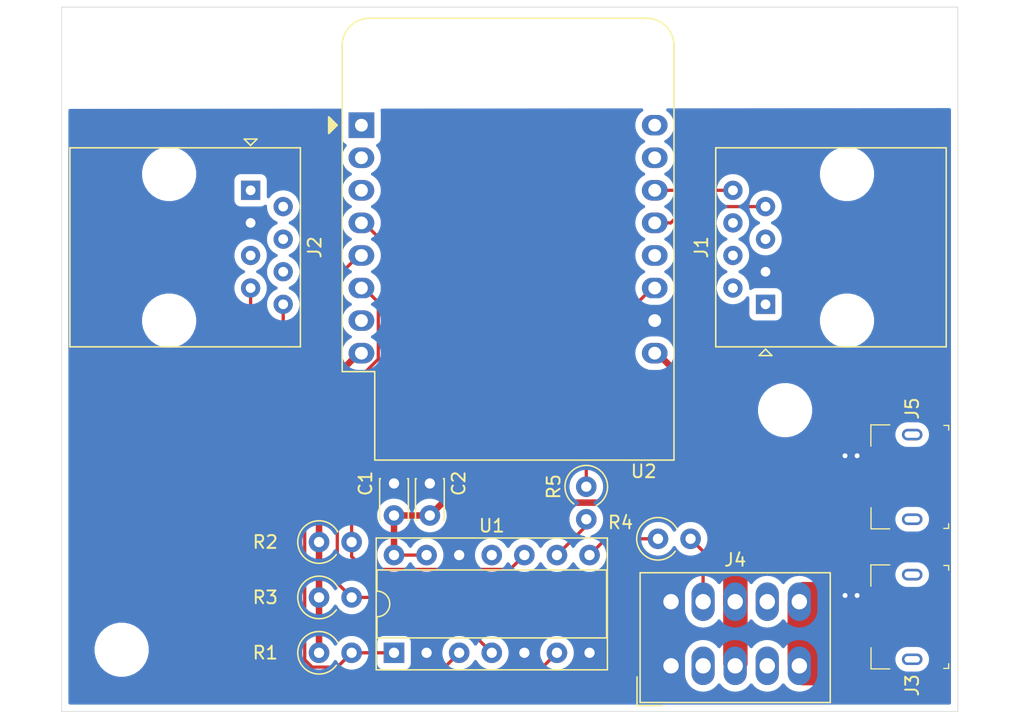
<source format=kicad_pcb>
(kicad_pcb (version 20171130) (host pcbnew "(5.1.5-0-10_14)")

  (general
    (thickness 1.6)
    (drawings 4)
    (tracks 73)
    (zones 0)
    (modules 18)
    (nets 19)
  )

  (page A4)
  (layers
    (0 F.Cu signal)
    (31 B.Cu signal)
    (32 B.Adhes user)
    (33 F.Adhes user)
    (34 B.Paste user)
    (35 F.Paste user)
    (36 B.SilkS user)
    (37 F.SilkS user)
    (38 B.Mask user)
    (39 F.Mask user)
    (40 Dwgs.User user)
    (41 Cmts.User user)
    (42 Eco1.User user)
    (43 Eco2.User user)
    (44 Edge.Cuts user)
    (45 Margin user)
    (46 B.CrtYd user)
    (47 F.CrtYd user)
    (48 B.Fab user)
    (49 F.Fab user)
  )

  (setup
    (last_trace_width 0.254)
    (user_trace_width 0.254)
    (user_trace_width 0.508)
    (trace_clearance 0.1905)
    (zone_clearance 0.1905)
    (zone_45_only no)
    (trace_min 0.127)
    (via_size 0.762)
    (via_drill 0.381)
    (via_min_size 0.5842)
    (via_min_drill 0.3)
    (uvia_size 0.3048)
    (uvia_drill 0.1016)
    (uvias_allowed no)
    (uvia_min_size 0.2)
    (uvia_min_drill 0.1)
    (edge_width 0.05)
    (segment_width 0.2)
    (pcb_text_width 0.3)
    (pcb_text_size 1.5 1.5)
    (mod_edge_width 0.12)
    (mod_text_size 1 1)
    (mod_text_width 0.15)
    (pad_size 0.4 1.55)
    (pad_drill 0)
    (pad_to_mask_clearance 0.051)
    (solder_mask_min_width 0.25)
    (aux_axis_origin 0 0)
    (grid_origin 111.76 92.456)
    (visible_elements FFFFF77F)
    (pcbplotparams
      (layerselection 0x010f0_ffffffff)
      (usegerberextensions false)
      (usegerberattributes true)
      (usegerberadvancedattributes false)
      (creategerberjobfile false)
      (excludeedgelayer false)
      (linewidth 0.150000)
      (plotframeref false)
      (viasonmask true)
      (mode 1)
      (useauxorigin true)
      (hpglpennumber 1)
      (hpglpenspeed 20)
      (hpglpendiameter 15.000000)
      (psnegative false)
      (psa4output false)
      (plotreference true)
      (plotvalue true)
      (plotinvisibletext false)
      (padsonsilk false)
      (subtractmaskfromsilk false)
      (outputformat 1)
      (mirror false)
      (drillshape 0)
      (scaleselection 1)
      (outputdirectory "DeskPCB-JLCPCB/"))
  )

  (net 0 "")
  (net 1 DWN_BTN)
  (net 2 UP_BTN)
  (net 3 GND)
  (net 4 DWN_DESK)
  (net 5 UP_DESK)
  (net 6 "Net-(J3-Pad6)")
  (net 7 +5V)
  (net 8 VCC)
  (net 9 LEDS_OUT)
  (net 10 "Net-(J5-Pad6)")
  (net 11 +3V3)
  (net 12 DWN_MCU)
  (net 13 N_EN_LIGHTS)
  (net 14 UP_MCU)
  (net 15 LEDS_MCU)
  (net 16 "Net-(J4-Pad4)")
  (net 17 "Net-(R5-Pad1)")
  (net 18 "Net-(R4-Pad1)")

  (net_class Default "This is the default net class."
    (clearance 0.1905)
    (trace_width 0.254)
    (via_dia 0.762)
    (via_drill 0.381)
    (uvia_dia 0.3048)
    (uvia_drill 0.1016)
    (diff_pair_width 0.2032)
    (diff_pair_gap 0.254)
    (add_net +3V3)
    (add_net +5V)
    (add_net DWN_BTN)
    (add_net DWN_DESK)
    (add_net DWN_MCU)
    (add_net GND)
    (add_net LEDS_MCU)
    (add_net LEDS_OUT)
    (add_net N_EN_LIGHTS)
    (add_net "Net-(J3-Pad6)")
    (add_net "Net-(J4-Pad4)")
    (add_net "Net-(J5-Pad6)")
    (add_net "Net-(R4-Pad1)")
    (add_net "Net-(R5-Pad1)")
    (add_net UP_BTN)
    (add_net UP_DESK)
    (add_net UP_MCU)
    (add_net VCC)
  )

  (net_class High-Current ""
    (clearance 0.1905)
    (trace_width 6.35)
    (via_dia 0.762)
    (via_drill 0.381)
    (uvia_dia 0.3048)
    (uvia_drill 0.1016)
    (diff_pair_width 0.2032)
    (diff_pair_gap 0.254)
  )

  (module MountingHole:MountingHole_3.2mm_M3 (layer F.Cu) (tedit 56D1B4CB) (tstamp 5DFCA7A3)
    (at 95.25 68.961)
    (descr "Mounting Hole 3.2mm, no annular, M3")
    (tags "mounting hole 3.2mm no annular m3")
    (attr virtual)
    (fp_text reference REF** (at 0 -4.2) (layer F.SilkS) hide
      (effects (font (size 1 1) (thickness 0.15)))
    )
    (fp_text value MountingHole_3.2mm_M3 (at 0 4.2) (layer F.Fab)
      (effects (font (size 1 1) (thickness 0.15)))
    )
    (fp_circle (center 0 0) (end 3.45 0) (layer F.CrtYd) (width 0.05))
    (fp_circle (center 0 0) (end 3.2 0) (layer Cmts.User) (width 0.15))
    (fp_text user %R (at 0.3 0) (layer F.Fab)
      (effects (font (size 1 1) (thickness 0.15)))
    )
    (pad 1 np_thru_hole circle (at 0 0) (size 3.2 3.2) (drill 3.2) (layers *.Cu *.Mask))
  )

  (module MountingHole:MountingHole_3.2mm_M3 (layer F.Cu) (tedit 56D1B4CB) (tstamp 5DFCA7FB)
    (at 43.545 87.646)
    (descr "Mounting Hole 3.2mm, no annular, M3")
    (tags "mounting hole 3.2mm no annular m3")
    (attr virtual)
    (fp_text reference " " (at 0 -4.2) (layer F.SilkS)
      (effects (font (size 1 1) (thickness 0.15)))
    )
    (fp_text value MountingHole_3.2mm_M3 (at 0 4.2) (layer F.Fab)
      (effects (font (size 1 1) (thickness 0.15)))
    )
    (fp_circle (center 0 0) (end 3.45 0) (layer F.CrtYd) (width 0.05))
    (fp_circle (center 0 0) (end 3.2 0) (layer Cmts.User) (width 0.15))
    (fp_text user %R (at 0.3 0) (layer F.Fab)
      (effects (font (size 1 1) (thickness 0.15)))
    )
    (pad 1 np_thru_hole circle (at 0 0) (size 3.2 3.2) (drill 3.2) (layers *.Cu *.Mask))
  )

  (module MountingHole:MountingHole_3.2mm_M3 (layer F.Cu) (tedit 56D1B4CB) (tstamp 5DFCA75B)
    (at 43.545 42.021)
    (descr "Mounting Hole 3.2mm, no annular, M3")
    (tags "mounting hole 3.2mm no annular m3")
    (attr virtual)
    (fp_text reference " " (at 0 -4.2) (layer F.SilkS)
      (effects (font (size 1 1) (thickness 0.15)))
    )
    (fp_text value MountingHole_3.2mm_M3 (at 0 4.2) (layer F.Fab)
      (effects (font (size 1 1) (thickness 0.15)))
    )
    (fp_circle (center 0 0) (end 3.45 0) (layer F.CrtYd) (width 0.05))
    (fp_circle (center 0 0) (end 3.2 0) (layer Cmts.User) (width 0.15))
    (fp_text user %R (at 0.3 0) (layer F.Fab)
      (effects (font (size 1 1) (thickness 0.15)))
    )
    (pad 1 np_thru_hole circle (at 0 0) (size 3.2 3.2) (drill 3.2) (layers *.Cu *.Mask))
  )

  (module MountingHole:MountingHole_3.2mm_M3 (layer F.Cu) (tedit 56D1B4CB) (tstamp 5DFCA737)
    (at 104.41 42.021)
    (descr "Mounting Hole 3.2mm, no annular, M3")
    (tags "mounting hole 3.2mm no annular m3")
    (attr virtual)
    (fp_text reference " " (at 0 -4.2) (layer F.SilkS)
      (effects (font (size 1 1) (thickness 0.15)))
    )
    (fp_text value MountingHole_3.2mm_M3 (at 0 4.2) (layer F.Fab)
      (effects (font (size 1 1) (thickness 0.15)))
    )
    (fp_circle (center 0 0) (end 3.45 0) (layer F.CrtYd) (width 0.05))
    (fp_circle (center 0 0) (end 3.2 0) (layer Cmts.User) (width 0.15))
    (fp_text user %R (at 0.3 0) (layer F.Fab)
      (effects (font (size 1 1) (thickness 0.15)))
    )
    (pad 1 np_thru_hole circle (at 0 0) (size 3.2 3.2) (drill 3.2) (layers *.Cu *.Mask))
  )

  (module Connector_RJ:RJ45_Amphenol_54602-x08_Horizontal (layer F.Cu) (tedit 5B103613) (tstamp 5DFABBB2)
    (at 53.594 51.816 270)
    (descr "8 Pol Shallow Latch Connector, Modjack, RJ45 (https://cdn.amphenol-icc.com/media/wysiwyg/files/drawing/c-bmj-0102.pdf)")
    (tags RJ45)
    (path /5DEA1C54)
    (fp_text reference J2 (at 4.445 -5 90) (layer F.SilkS)
      (effects (font (size 1 1) (thickness 0.15)))
    )
    (fp_text value 8P8C (at 4.445 4 90) (layer F.Fab)
      (effects (font (size 1 1) (thickness 0.15)))
    )
    (fp_text user %R (at 4.445 2 90) (layer F.Fab)
      (effects (font (size 1 1) (thickness 0.15)))
    )
    (fp_line (start -4 0.5) (end -3.5 0) (layer F.SilkS) (width 0.12))
    (fp_line (start -4 -0.5) (end -4 0.5) (layer F.SilkS) (width 0.12))
    (fp_line (start -3.5 0) (end -4 -0.5) (layer F.SilkS) (width 0.12))
    (fp_line (start -3.205 13.97) (end -3.205 -2.77) (layer F.Fab) (width 0.12))
    (fp_line (start 12.095 13.97) (end -3.205 13.97) (layer F.Fab) (width 0.12))
    (fp_line (start 12.095 -3.77) (end 12.095 13.97) (layer F.Fab) (width 0.12))
    (fp_line (start -2.205 -3.77) (end 12.095 -3.77) (layer F.Fab) (width 0.12))
    (fp_line (start -3.205 -2.77) (end -2.205 -3.77) (layer F.Fab) (width 0.12))
    (fp_line (start -3.315 14.08) (end 12.205 14.08) (layer F.SilkS) (width 0.12))
    (fp_line (start 12.205 -3.88) (end 12.205 14.08) (layer F.SilkS) (width 0.12))
    (fp_line (start 12.205 -3.88) (end -3.315 -3.88) (layer F.SilkS) (width 0.12))
    (fp_line (start -3.315 -3.88) (end -3.315 14.08) (layer F.SilkS) (width 0.12))
    (fp_line (start -3.71 -4.27) (end 12.6 -4.27) (layer F.CrtYd) (width 0.05))
    (fp_line (start -3.71 -4.27) (end -3.71 14.47) (layer F.CrtYd) (width 0.05))
    (fp_line (start 12.6 14.47) (end 12.6 -4.27) (layer F.CrtYd) (width 0.05))
    (fp_line (start 12.6 14.47) (end -3.71 14.47) (layer F.CrtYd) (width 0.05))
    (pad "" np_thru_hole circle (at 10.16 6.35 270) (size 3.2 3.2) (drill 3.2) (layers *.Cu *.Mask))
    (pad "" np_thru_hole circle (at -1.27 6.35 270) (size 3.2 3.2) (drill 3.2) (layers *.Cu *.Mask))
    (pad 1 thru_hole rect (at 0 0 270) (size 1.5 1.5) (drill 0.76) (layers *.Cu *.Mask))
    (pad 2 thru_hole circle (at 1.27 -2.54 270) (size 1.5 1.5) (drill 0.76) (layers *.Cu *.Mask))
    (pad 3 thru_hole circle (at 2.54 0 270) (size 1.5 1.5) (drill 0.76) (layers *.Cu *.Mask)
      (net 3 GND))
    (pad 4 thru_hole circle (at 3.81 -2.54 270) (size 1.5 1.5) (drill 0.76) (layers *.Cu *.Mask))
    (pad 5 thru_hole circle (at 5.08 0 270) (size 1.5 1.5) (drill 0.76) (layers *.Cu *.Mask))
    (pad 6 thru_hole circle (at 6.35 -2.54 270) (size 1.5 1.5) (drill 0.76) (layers *.Cu *.Mask))
    (pad 7 thru_hole circle (at 7.62 0 270) (size 1.5 1.5) (drill 0.76) (layers *.Cu *.Mask)
      (net 5 UP_DESK))
    (pad 8 thru_hole circle (at 8.89 -2.54 270) (size 1.5 1.5) (drill 0.76) (layers *.Cu *.Mask)
      (net 4 DWN_DESK))
    (model ${KISYS3DMOD}/Connector_RJ.3dshapes/RJ45_Amphenol_54602-x08_Horizontal.wrl
      (at (xyz 0 0 0))
      (scale (xyz 1 1 1))
      (rotate (xyz 0 0 0))
    )
  )

  (module Package_DIP:DIP-14_W7.62mm_Socket (layer F.Cu) (tedit 5A02E8C5) (tstamp 5DFABB42)
    (at 64.77 87.884 90)
    (descr "14-lead though-hole mounted DIP package, row spacing 7.62 mm (300 mils), Socket")
    (tags "THT DIP DIL PDIP 2.54mm 7.62mm 300mil Socket")
    (path /5DEDC4C1)
    (fp_text reference U1 (at 9.906 7.62 180) (layer F.SilkS)
      (effects (font (size 1 1) (thickness 0.15)))
    )
    (fp_text value 74125 (at 3.81 17.57 90) (layer F.Fab)
      (effects (font (size 1 1) (thickness 0.15)))
    )
    (fp_text user %R (at 3.81 7.62 90) (layer F.Fab)
      (effects (font (size 1 1) (thickness 0.15)))
    )
    (fp_line (start 9.15 -1.6) (end -1.55 -1.6) (layer F.CrtYd) (width 0.05))
    (fp_line (start 9.15 16.85) (end 9.15 -1.6) (layer F.CrtYd) (width 0.05))
    (fp_line (start -1.55 16.85) (end 9.15 16.85) (layer F.CrtYd) (width 0.05))
    (fp_line (start -1.55 -1.6) (end -1.55 16.85) (layer F.CrtYd) (width 0.05))
    (fp_line (start 8.95 -1.39) (end -1.33 -1.39) (layer F.SilkS) (width 0.12))
    (fp_line (start 8.95 16.63) (end 8.95 -1.39) (layer F.SilkS) (width 0.12))
    (fp_line (start -1.33 16.63) (end 8.95 16.63) (layer F.SilkS) (width 0.12))
    (fp_line (start -1.33 -1.39) (end -1.33 16.63) (layer F.SilkS) (width 0.12))
    (fp_line (start 6.46 -1.33) (end 4.81 -1.33) (layer F.SilkS) (width 0.12))
    (fp_line (start 6.46 16.57) (end 6.46 -1.33) (layer F.SilkS) (width 0.12))
    (fp_line (start 1.16 16.57) (end 6.46 16.57) (layer F.SilkS) (width 0.12))
    (fp_line (start 1.16 -1.33) (end 1.16 16.57) (layer F.SilkS) (width 0.12))
    (fp_line (start 2.81 -1.33) (end 1.16 -1.33) (layer F.SilkS) (width 0.12))
    (fp_line (start 8.89 -1.33) (end -1.27 -1.33) (layer F.Fab) (width 0.1))
    (fp_line (start 8.89 16.57) (end 8.89 -1.33) (layer F.Fab) (width 0.1))
    (fp_line (start -1.27 16.57) (end 8.89 16.57) (layer F.Fab) (width 0.1))
    (fp_line (start -1.27 -1.33) (end -1.27 16.57) (layer F.Fab) (width 0.1))
    (fp_line (start 0.635 -0.27) (end 1.635 -1.27) (layer F.Fab) (width 0.1))
    (fp_line (start 0.635 16.51) (end 0.635 -0.27) (layer F.Fab) (width 0.1))
    (fp_line (start 6.985 16.51) (end 0.635 16.51) (layer F.Fab) (width 0.1))
    (fp_line (start 6.985 -1.27) (end 6.985 16.51) (layer F.Fab) (width 0.1))
    (fp_line (start 1.635 -1.27) (end 6.985 -1.27) (layer F.Fab) (width 0.1))
    (fp_arc (start 3.81 -1.33) (end 2.81 -1.33) (angle -180) (layer F.SilkS) (width 0.12))
    (pad 14 thru_hole oval (at 7.62 0 90) (size 1.6 1.6) (drill 0.8) (layers *.Cu *.Mask)
      (net 8 VCC))
    (pad 7 thru_hole oval (at 0 15.24 90) (size 1.6 1.6) (drill 0.8) (layers *.Cu *.Mask)
      (net 3 GND))
    (pad 13 thru_hole oval (at 7.62 2.54 90) (size 1.6 1.6) (drill 0.8) (layers *.Cu *.Mask)
      (net 8 VCC))
    (pad 6 thru_hole oval (at 0 12.7 90) (size 1.6 1.6) (drill 0.8) (layers *.Cu *.Mask)
      (net 5 UP_DESK))
    (pad 12 thru_hole oval (at 7.62 5.08 90) (size 1.6 1.6) (drill 0.8) (layers *.Cu *.Mask)
      (net 3 GND))
    (pad 5 thru_hole oval (at 0 10.16 90) (size 1.6 1.6) (drill 0.8) (layers *.Cu *.Mask)
      (net 3 GND))
    (pad 11 thru_hole oval (at 7.62 7.62 90) (size 1.6 1.6) (drill 0.8) (layers *.Cu *.Mask))
    (pad 4 thru_hole oval (at 0 7.62 90) (size 1.6 1.6) (drill 0.8) (layers *.Cu *.Mask)
      (net 14 UP_MCU))
    (pad 10 thru_hole oval (at 7.62 10.16 90) (size 1.6 1.6) (drill 0.8) (layers *.Cu *.Mask)
      (net 13 N_EN_LIGHTS))
    (pad 3 thru_hole oval (at 0 5.08 90) (size 1.6 1.6) (drill 0.8) (layers *.Cu *.Mask)
      (net 4 DWN_DESK))
    (pad 9 thru_hole oval (at 7.62 12.7 90) (size 1.6 1.6) (drill 0.8) (layers *.Cu *.Mask)
      (net 15 LEDS_MCU))
    (pad 2 thru_hole oval (at 0 2.54 90) (size 1.6 1.6) (drill 0.8) (layers *.Cu *.Mask)
      (net 3 GND))
    (pad 8 thru_hole oval (at 7.62 15.24 90) (size 1.6 1.6) (drill 0.8) (layers *.Cu *.Mask)
      (net 18 "Net-(R4-Pad1)"))
    (pad 1 thru_hole rect (at 0 0 90) (size 1.6 1.6) (drill 0.8) (layers *.Cu *.Mask)
      (net 12 DWN_MCU))
    (model ${KISYS3DMOD}/Package_DIP.3dshapes/DIP-14_W7.62mm_Socket.wrl
      (at (xyz 0 0 0))
      (scale (xyz 1 1 1))
      (rotate (xyz 0 0 0))
    )
  )

  (module Resistor_THT:R_Axial_DIN0309_L9.0mm_D3.2mm_P2.54mm_Vertical (layer F.Cu) (tedit 5AE5139B) (tstamp 5DFB1C41)
    (at 58.928 87.884)
    (descr "Resistor, Axial_DIN0309 series, Axial, Vertical, pin pitch=2.54mm, 0.5W = 1/2W, length*diameter=9*3.2mm^2, http://cdn-reichelt.de/documents/datenblatt/B400/1_4W%23YAG.pdf")
    (tags "Resistor Axial_DIN0309 series Axial Vertical pin pitch 2.54mm 0.5W = 1/2W length 9mm diameter 3.2mm")
    (path /5DF10928)
    (fp_text reference R1 (at -4.191 0) (layer F.SilkS)
      (effects (font (size 1 1) (thickness 0.15)))
    )
    (fp_text value R (at 1.27 2.72) (layer F.Fab)
      (effects (font (size 1 1) (thickness 0.15)))
    )
    (fp_text user %R (at 1.27 -1.524) (layer F.Fab)
      (effects (font (size 1 1) (thickness 0.15)))
    )
    (fp_line (start 3.59 -1.85) (end -1.85 -1.85) (layer F.CrtYd) (width 0.05))
    (fp_line (start 3.59 1.85) (end 3.59 -1.85) (layer F.CrtYd) (width 0.05))
    (fp_line (start -1.85 1.85) (end 3.59 1.85) (layer F.CrtYd) (width 0.05))
    (fp_line (start -1.85 -1.85) (end -1.85 1.85) (layer F.CrtYd) (width 0.05))
    (fp_line (start 0 0) (end 2.54 0) (layer F.Fab) (width 0.1))
    (fp_circle (center 0 0) (end 1.6 0) (layer F.Fab) (width 0.1))
    (fp_arc (start 0 0) (end 1.453272 -0.8) (angle -295.326041) (layer F.SilkS) (width 0.12))
    (pad 2 thru_hole oval (at 2.54 0) (size 1.6 1.6) (drill 0.8) (layers *.Cu *.Mask)
      (net 12 DWN_MCU))
    (pad 1 thru_hole circle (at 0 0) (size 1.6 1.6) (drill 0.8) (layers *.Cu *.Mask)
      (net 11 +3V3))
    (model ${KISYS3DMOD}/Resistor_THT.3dshapes/R_Axial_DIN0309_L9.0mm_D3.2mm_P2.54mm_Vertical.wrl
      (at (xyz 0 0 0))
      (scale (xyz 1 1 1))
      (rotate (xyz 0 0 0))
    )
  )

  (module Module:WEMOS_D1_mini_light (layer F.Cu) (tedit 5BBFB1CE) (tstamp 5DFABA6E)
    (at 62.23 46.736)
    (descr "16-pin module, column spacing 22.86 mm (900 mils), https://wiki.wemos.cc/products:d1:d1_mini, https://c1.staticflickr.com/1/734/31400410271_f278b087db_z.jpg")
    (tags "ESP8266 WiFi microcontroller")
    (path /5DEB08AD)
    (fp_text reference U2 (at 22 27) (layer F.SilkS)
      (effects (font (size 1 1) (thickness 0.15)))
    )
    (fp_text value WeMos_D1_mini (at 11.7 0) (layer F.Fab)
      (effects (font (size 1 1) (thickness 0.15)))
    )
    (fp_line (start 1.04 26.12) (end 24.36 26.12) (layer F.SilkS) (width 0.12))
    (fp_line (start -1.5 19.22) (end -1.5 -6.21) (layer F.SilkS) (width 0.12))
    (fp_line (start 24.36 26.12) (end 24.36 -6.21) (layer F.SilkS) (width 0.12))
    (fp_line (start 22.24 -8.34) (end 0.63 -8.34) (layer F.SilkS) (width 0.12))
    (fp_line (start 1.17 25.99) (end 24.23 25.99) (layer F.Fab) (width 0.1))
    (fp_line (start 24.23 25.99) (end 24.23 -6.21) (layer F.Fab) (width 0.1))
    (fp_line (start 22.23 -8.21) (end 0.63 -8.21) (layer F.Fab) (width 0.1))
    (fp_line (start -1.37 1) (end -1.37 19.09) (layer F.Fab) (width 0.1))
    (fp_text user %R (at 11.43 10) (layer F.Fab)
      (effects (font (size 1 1) (thickness 0.15)))
    )
    (fp_line (start -1.62 -8.46) (end 24.48 -8.46) (layer F.CrtYd) (width 0.05))
    (fp_line (start 24.48 -8.41) (end 24.48 26.24) (layer F.CrtYd) (width 0.05))
    (fp_line (start 24.48 26.24) (end -1.62 26.24) (layer F.CrtYd) (width 0.05))
    (fp_line (start -1.62 26.24) (end -1.62 -8.46) (layer F.CrtYd) (width 0.05))
    (fp_poly (pts (xy -2.54 -0.635) (xy -2.54 0.635) (xy -1.905 0)) (layer F.SilkS) (width 0.15))
    (fp_line (start -1.35 -1.4) (end 24.25 -1.4) (layer Dwgs.User) (width 0.1))
    (fp_line (start 24.25 -1.4) (end 24.25 -8.2) (layer Dwgs.User) (width 0.1))
    (fp_line (start 24.25 -8.2) (end -1.35 -8.2) (layer Dwgs.User) (width 0.1))
    (fp_line (start -1.35 -8.2) (end -1.35 -1.4) (layer Dwgs.User) (width 0.1))
    (fp_line (start -1.35 -1.4) (end 5.45 -8.2) (layer Dwgs.User) (width 0.1))
    (fp_line (start 0.65 -1.4) (end 7.45 -8.2) (layer Dwgs.User) (width 0.1))
    (fp_line (start 2.65 -1.4) (end 9.45 -8.2) (layer Dwgs.User) (width 0.1))
    (fp_line (start 4.65 -1.4) (end 11.45 -8.2) (layer Dwgs.User) (width 0.1))
    (fp_line (start 6.65 -1.4) (end 13.45 -8.2) (layer Dwgs.User) (width 0.1))
    (fp_line (start 8.65 -1.4) (end 15.45 -8.2) (layer Dwgs.User) (width 0.1))
    (fp_line (start 10.65 -1.4) (end 17.45 -8.2) (layer Dwgs.User) (width 0.1))
    (fp_line (start 12.65 -1.4) (end 19.45 -8.2) (layer Dwgs.User) (width 0.1))
    (fp_line (start 14.65 -1.4) (end 21.45 -8.2) (layer Dwgs.User) (width 0.1))
    (fp_line (start 16.65 -1.4) (end 23.45 -8.2) (layer Dwgs.User) (width 0.1))
    (fp_line (start 18.65 -1.4) (end 24.25 -7) (layer Dwgs.User) (width 0.1))
    (fp_line (start 20.65 -1.4) (end 24.25 -5) (layer Dwgs.User) (width 0.1))
    (fp_line (start 22.65 -1.4) (end 24.25 -3) (layer Dwgs.User) (width 0.1))
    (fp_line (start -1.35 -3.4) (end 3.45 -8.2) (layer Dwgs.User) (width 0.1))
    (fp_line (start -1.3 -5.45) (end 1.45 -8.2) (layer Dwgs.User) (width 0.1))
    (fp_line (start -1.35 -7.4) (end -0.55 -8.2) (layer Dwgs.User) (width 0.1))
    (fp_line (start -1.37 19.09) (end 1.17 19.09) (layer F.Fab) (width 0.1))
    (fp_line (start 1.17 19.09) (end 1.17 25.99) (layer F.Fab) (width 0.1))
    (fp_line (start -1.37 -6.21) (end -1.37 -1) (layer F.Fab) (width 0.1))
    (fp_line (start -1.37 1) (end -0.37 0) (layer F.Fab) (width 0.1))
    (fp_line (start -0.37 0) (end -1.37 -1) (layer F.Fab) (width 0.1))
    (fp_arc (start 0.63 -6.21) (end 0.63 -8.21) (angle -90) (layer F.Fab) (width 0.1))
    (fp_arc (start 22.23 -6.21) (end 24.23 -6.19) (angle -90) (layer F.Fab) (width 0.1))
    (fp_line (start -1.5 19.22) (end 1.04 19.22) (layer F.SilkS) (width 0.12))
    (fp_line (start 1.04 19.22) (end 1.04 26.12) (layer F.SilkS) (width 0.12))
    (fp_arc (start 0.63 -6.21) (end 0.63 -8.34) (angle -90) (layer F.SilkS) (width 0.12))
    (fp_arc (start 22.23 -6.21) (end 24.36 -6.21) (angle -90) (layer F.SilkS) (width 0.12))
    (fp_text user "KEEP OUT" (at 11.43 -6.35) (layer Cmts.User)
      (effects (font (size 1 1) (thickness 0.15)))
    )
    (fp_text user "No copper" (at 11.43 -3.81) (layer Cmts.User)
      (effects (font (size 1 1) (thickness 0.15)))
    )
    (pad 2 thru_hole oval (at 0 2.54) (size 2 1.6) (drill 1) (layers *.Cu *.Mask))
    (pad 1 thru_hole rect (at 0 0) (size 2 2) (drill 1) (layers *.Cu *.Mask))
    (pad 3 thru_hole oval (at 0 5.08) (size 2 1.6) (drill 1) (layers *.Cu *.Mask))
    (pad 4 thru_hole oval (at 0 7.62) (size 2 1.6) (drill 1) (layers *.Cu *.Mask)
      (net 13 N_EN_LIGHTS))
    (pad 5 thru_hole oval (at 0 10.16) (size 2 1.6) (drill 1) (layers *.Cu *.Mask)
      (net 12 DWN_MCU))
    (pad 6 thru_hole oval (at 0 12.7) (size 2 1.6) (drill 1) (layers *.Cu *.Mask)
      (net 14 UP_MCU))
    (pad 7 thru_hole oval (at 0 15.24) (size 2 1.6) (drill 1) (layers *.Cu *.Mask))
    (pad 8 thru_hole oval (at 0 17.78) (size 2 1.6) (drill 1) (layers *.Cu *.Mask)
      (net 11 +3V3))
    (pad 9 thru_hole oval (at 22.86 17.78) (size 2 1.6) (drill 1) (layers *.Cu *.Mask)
      (net 8 VCC))
    (pad 10 thru_hole oval (at 22.86 15.24) (size 2 1.6) (drill 1) (layers *.Cu *.Mask)
      (net 3 GND))
    (pad 11 thru_hole oval (at 22.86 12.7) (size 2 1.6) (drill 1) (layers *.Cu *.Mask)
      (net 17 "Net-(R5-Pad1)"))
    (pad 12 thru_hole oval (at 22.86 10.16) (size 2 1.6) (drill 1) (layers *.Cu *.Mask))
    (pad 13 thru_hole oval (at 22.86 7.62) (size 2 1.6) (drill 1) (layers *.Cu *.Mask)
      (net 2 UP_BTN))
    (pad 14 thru_hole oval (at 22.86 5.08) (size 2 1.6) (drill 1) (layers *.Cu *.Mask)
      (net 1 DWN_BTN))
    (pad 15 thru_hole oval (at 22.86 2.54) (size 2 1.6) (drill 1) (layers *.Cu *.Mask))
    (pad 16 thru_hole oval (at 22.86 0) (size 2 1.6) (drill 1) (layers *.Cu *.Mask))
    (model ${KISYS3DMOD}/Module.3dshapes/WEMOS_D1_mini_light.wrl
      (at (xyz 0 0 0))
      (scale (xyz 1 1 1))
      (rotate (xyz 0 0 0))
    )
    (model ${KISYS3DMOD}/Connector_PinHeader_2.54mm.3dshapes/PinHeader_1x08_P2.54mm_Vertical.wrl
      (offset (xyz 0 0 9.5))
      (scale (xyz 1 1 1))
      (rotate (xyz 0 -180 0))
    )
    (model ${KISYS3DMOD}/Connector_PinHeader_2.54mm.3dshapes/PinHeader_1x08_P2.54mm_Vertical.wrl
      (offset (xyz 22.86 0 9.5))
      (scale (xyz 1 1 1))
      (rotate (xyz 0 -180 0))
    )
    (model ${KISYS3DMOD}/Connector_PinSocket_2.54mm.3dshapes/PinSocket_1x08_P2.54mm_Vertical.wrl
      (at (xyz 0 0 0))
      (scale (xyz 1 1 1))
      (rotate (xyz 0 0 0))
    )
    (model ${KISYS3DMOD}/Connector_PinSocket_2.54mm.3dshapes/PinSocket_1x08_P2.54mm_Vertical.wrl
      (offset (xyz 22.86 0 0))
      (scale (xyz 1 1 1))
      (rotate (xyz 0 0 0))
    )
  )

  (module Connector_USB:USB_Micro_B_Female_10118193-0001LF (layer F.Cu) (tedit 5DFC8892) (tstamp 5DFAB9EC)
    (at 105.156 85.09 90)
    (descr http://portal.fciconnect.com/Comergent//fci/drawing/10118193.pdf)
    (path /5DEAE556)
    (attr smd)
    (fp_text reference J3 (at -5.334 0 90) (layer F.SilkS)
      (effects (font (size 1 1) (thickness 0.15)))
    )
    (fp_text value USB_B_Micro (at 0 4.5 90) (layer F.Fab)
      (effects (font (size 1 1) (thickness 0.15)))
    )
    (fp_line (start -4.25 -3.75) (end -4.25 3) (layer F.CrtYd) (width 0.05))
    (fp_line (start -4.25 3) (end 4.25 3) (layer F.CrtYd) (width 0.05))
    (fp_line (start -4.25 -3.75) (end 4.25 -3.75) (layer F.CrtYd) (width 0.05))
    (fp_line (start 4.25 -3.75) (end 4.25 3) (layer F.CrtYd) (width 0.05))
    (fp_line (start -3.93 2.75) (end -3.93 -2.34) (layer F.Fab) (width 0.1))
    (fp_line (start 3.93 -2.9) (end -3.37 -2.9) (layer F.Fab) (width 0.1))
    (fp_line (start -3.93 -2.34) (end -3.37 -2.9) (layer F.Fab) (width 0.1))
    (fp_text user %R (at 0.06 1.86 90) (layer F.Fab)
      (effects (font (size 1 1) (thickness 0.15)))
    )
    (fp_line (start -3.93 2.75) (end 3.93 2.75) (layer F.Fab) (width 0.1))
    (fp_line (start 3.93 2.75) (end 3.93 -2.9) (layer F.Fab) (width 0.1))
    (fp_line (start -4.05 -3.2) (end -4.05 -1.75) (layer F.SilkS) (width 0.1))
    (fp_line (start -4.05 -3.21) (end -2.4 -3.21) (layer F.SilkS) (width 0.1))
    (fp_line (start 4.06 -3.22) (end 2.4 -3.22) (layer F.SilkS) (width 0.1))
    (fp_line (start 4.06 -3.22) (end 4.06 -1.75) (layer F.SilkS) (width 0.1))
    (fp_line (start -4.013324 2.46) (end -4.013324 2.84) (layer F.SilkS) (width 0.1))
    (fp_line (start -4.013324 2.84) (end -3.643324 2.84) (layer F.SilkS) (width 0.1))
    (fp_line (start 4.014908 2.841848) (end 3.644908 2.841848) (layer F.SilkS) (width 0.1))
    (fp_line (start 4.014908 2.461848) (end 4.014908 2.841848) (layer F.SilkS) (width 0.1))
    (pad 3 smd rect (at 0 -2.675 90) (size 0.4 1.35) (layers F.Cu F.Paste F.Mask))
    (pad 4 smd rect (at 0.65 -2.675 90) (size 0.4 1.35) (layers F.Cu F.Paste F.Mask))
    (pad 5 smd rect (at 1.3 -2.675 90) (size 0.4 1.55) (drill (offset 0 -0.1)) (layers F.Cu F.Paste F.Mask)
      (net 3 GND))
    (pad 2 smd rect (at -0.65 -2.675 90) (size 0.4 1.35) (layers F.Cu F.Paste F.Mask))
    (pad 1 smd rect (at -1.3 -2.675 90) (size 0.4 1.55) (drill (offset 0 -0.1)) (layers F.Cu F.Paste F.Mask)
      (net 7 +5V))
    (pad 6 thru_hole oval (at 3.3 0 90) (size 0.9 1.6) (drill oval 0.5 1.2) (layers *.Cu *.Mask)
      (net 6 "Net-(J3-Pad6)"))
    (pad 6 thru_hole oval (at -3.3 0 90) (size 0.9 1.6) (drill oval 0.5 1.2) (layers *.Cu *.Mask)
      (net 6 "Net-(J3-Pad6)"))
    (pad 6 smd rect (at -3.2 -2.45 90) (size 1.6 1.4) (layers F.Cu F.Paste F.Mask)
      (net 6 "Net-(J3-Pad6)"))
    (pad 6 smd rect (at 3.2 -2.45 90) (size 1.6 1.4) (layers F.Cu F.Paste F.Mask)
      (net 6 "Net-(J3-Pad6)"))
    (pad 6 smd rect (at -1.2 0 90) (size 1.9 1.9) (layers F.Cu F.Paste F.Mask)
      (net 6 "Net-(J3-Pad6)"))
    (pad 6 smd rect (at 1.2 0 90) (size 1.9 1.9) (layers F.Cu F.Paste F.Mask)
      (net 6 "Net-(J3-Pad6)"))
  )

  (module TerminalBlock_Phoenix:TerminalBlock_Phoenix_PTSM-0,5-5-2.5-H-THR_1x05_P2.50mm_Horizontal (layer F.Cu) (tedit 5B294EBC) (tstamp 5DFCA17E)
    (at 86.36 88.9)
    (descr "Terminal Block Phoenix PTSM-0,5-5-2.5-H-THR, 5 pins, pitch 2.5mm, size 14.7x10mm^2, drill diamater 1.2mm, pad diameter 3mm, see http://www.produktinfo.conrad.com/datenblaetter/550000-574999/556441-da-01-de-LEITERPLATTENKL__PTSM_0_5__8_2_5_H_THR.pdf, script-generated using https://github.com/pointhi/kicad-footprint-generator/scripts/TerminalBlock_Phoenix")
    (tags "THT Terminal Block Phoenix PTSM-0,5-5-2.5-H-THR pitch 2.5mm size 14.7x10mm^2 drill 1.2mm pad 3mm")
    (path /5DEEDA6A)
    (fp_text reference J4 (at 5 -8.26) (layer F.SilkS)
      (effects (font (size 1 1) (thickness 0.15)))
    )
    (fp_text value Conn_01x05_Female (at 5 3.86) (layer F.Fab)
      (effects (font (size 1 1) (thickness 0.15)))
    )
    (fp_text user %R (at 5 -2.2) (layer F.Fab)
      (effects (font (size 1 1) (thickness 0.15)))
    )
    (fp_line (start 12.85 -7.7) (end -2.85 -7.7) (layer F.CrtYd) (width 0.05))
    (fp_line (start 12.85 3.3) (end 12.85 -7.7) (layer F.CrtYd) (width 0.05))
    (fp_line (start -2.85 3.3) (end 12.85 3.3) (layer F.CrtYd) (width 0.05))
    (fp_line (start -2.85 -7.7) (end -2.85 3.3) (layer F.CrtYd) (width 0.05))
    (fp_line (start -2.65 3.1) (end -0.65 3.1) (layer F.SilkS) (width 0.12))
    (fp_line (start -2.65 0.86) (end -2.65 3.1) (layer F.SilkS) (width 0.12))
    (fp_line (start 12.41 -7.26) (end 12.41 2.86) (layer F.SilkS) (width 0.12))
    (fp_line (start -2.41 -7.26) (end -2.41 2.86) (layer F.SilkS) (width 0.12))
    (fp_line (start -2.41 2.86) (end 12.41 2.86) (layer F.SilkS) (width 0.12))
    (fp_line (start -2.41 -7.26) (end 12.41 -7.26) (layer F.SilkS) (width 0.12))
    (fp_line (start -2.35 0.8) (end -2.35 -7.2) (layer F.Fab) (width 0.1))
    (fp_line (start -0.35 2.8) (end -2.35 0.8) (layer F.Fab) (width 0.1))
    (fp_line (start 12.35 2.8) (end -0.35 2.8) (layer F.Fab) (width 0.1))
    (fp_line (start 12.35 -7.2) (end 12.35 2.8) (layer F.Fab) (width 0.1))
    (fp_line (start -2.35 -7.2) (end 12.35 -7.2) (layer F.Fab) (width 0.1))
    (pad 5 thru_hole oval (at 10 -5) (size 1.8 3) (drill 1.2) (layers *.Cu *.Mask)
      (net 7 +5V))
    (pad 5 thru_hole oval (at 10 0) (size 1.8 3) (drill 1.2) (layers *.Cu *.Mask)
      (net 7 +5V))
    (pad 4 thru_hole oval (at 7.5 -5) (size 1.8 3) (drill 1.2) (layers *.Cu *.Mask)
      (net 16 "Net-(J4-Pad4)"))
    (pad 4 thru_hole oval (at 7.5 0) (size 1.8 3) (drill 1.2) (layers *.Cu *.Mask)
      (net 16 "Net-(J4-Pad4)"))
    (pad 3 thru_hole oval (at 5 -5) (size 1.8 3) (drill 1.2) (layers *.Cu *.Mask)
      (net 8 VCC))
    (pad 3 thru_hole oval (at 5 0) (size 1.8 3) (drill 1.2) (layers *.Cu *.Mask)
      (net 8 VCC))
    (pad 2 thru_hole oval (at 2.5 -5) (size 1.8 3) (drill 1.2) (layers *.Cu *.Mask)
      (net 9 LEDS_OUT))
    (pad 2 thru_hole oval (at 2.5 0) (size 1.8 3) (drill 1.2) (layers *.Cu *.Mask)
      (net 9 LEDS_OUT))
    (pad 1 thru_hole rect (at 0 -5) (size 1.8 3) (drill 1.2) (layers *.Cu *.Mask)
      (net 3 GND))
    (pad 1 thru_hole rect (at 0 0) (size 1.8 3) (drill 1.2) (layers *.Cu *.Mask)
      (net 3 GND))
    (model ${KISYS3DMOD}/TerminalBlock_Phoenix.3dshapes/TerminalBlock_Phoenix_PTSM-0,5-5-2.5-H-THR_1x05_P2.50mm_Horizontal.wrl
      (at (xyz 0 0 0))
      (scale (xyz 1 1 1))
      (rotate (xyz 0 0 0))
    )
  )

  (module Connector_USB:USB_Micro_B_Female_10118193-0001LF (layer F.Cu) (tedit 5DFC88AD) (tstamp 5DFAB935)
    (at 105.156 74.168 90)
    (descr http://portal.fciconnect.com/Comergent//fci/drawing/10118193.pdf)
    (path /5DEA3BDD)
    (attr smd)
    (fp_text reference J5 (at 5.334 0 90) (layer F.SilkS)
      (effects (font (size 1 1) (thickness 0.15)))
    )
    (fp_text value USB_B_Micro (at 0 4.5 90) (layer F.Fab)
      (effects (font (size 1 1) (thickness 0.15)))
    )
    (fp_line (start -4.25 -3.75) (end -4.25 3) (layer F.CrtYd) (width 0.05))
    (fp_line (start -4.25 3) (end 4.25 3) (layer F.CrtYd) (width 0.05))
    (fp_line (start -4.25 -3.75) (end 4.25 -3.75) (layer F.CrtYd) (width 0.05))
    (fp_line (start 4.25 -3.75) (end 4.25 3) (layer F.CrtYd) (width 0.05))
    (fp_line (start -3.93 2.75) (end -3.93 -2.34) (layer F.Fab) (width 0.1))
    (fp_line (start 3.93 -2.9) (end -3.37 -2.9) (layer F.Fab) (width 0.1))
    (fp_line (start -3.93 -2.34) (end -3.37 -2.9) (layer F.Fab) (width 0.1))
    (fp_text user %R (at 0.06 1.86 90) (layer F.Fab)
      (effects (font (size 1 1) (thickness 0.15)))
    )
    (fp_line (start -3.93 2.75) (end 3.93 2.75) (layer F.Fab) (width 0.1))
    (fp_line (start 3.93 2.75) (end 3.93 -2.9) (layer F.Fab) (width 0.1))
    (fp_line (start -4.05 -3.2) (end -4.05 -1.75) (layer F.SilkS) (width 0.1))
    (fp_line (start -4.05 -3.21) (end -2.4 -3.21) (layer F.SilkS) (width 0.1))
    (fp_line (start 4.06 -3.22) (end 2.4 -3.22) (layer F.SilkS) (width 0.1))
    (fp_line (start 4.06 -3.22) (end 4.06 -1.75) (layer F.SilkS) (width 0.1))
    (fp_line (start -4.013324 2.46) (end -4.013324 2.84) (layer F.SilkS) (width 0.1))
    (fp_line (start -4.013324 2.84) (end -3.643324 2.84) (layer F.SilkS) (width 0.1))
    (fp_line (start 4.014908 2.841848) (end 3.644908 2.841848) (layer F.SilkS) (width 0.1))
    (fp_line (start 4.014908 2.461848) (end 4.014908 2.841848) (layer F.SilkS) (width 0.1))
    (pad 3 smd rect (at 0 -2.675 90) (size 0.4 1.35) (layers F.Cu F.Paste F.Mask))
    (pad 4 smd rect (at 0.65 -2.675 90) (size 0.4 1.35) (layers F.Cu F.Paste F.Mask))
    (pad 5 smd rect (at 1.3 -2.675 90) (size 0.4 1.55) (drill (offset 0 -0.1)) (layers F.Cu F.Paste F.Mask)
      (net 3 GND))
    (pad 2 smd rect (at -0.65 -2.675 90) (size 0.4 1.35) (layers F.Cu F.Paste F.Mask))
    (pad 1 smd rect (at -1.3 -2.675 90) (size 0.4 1.55) (drill (offset 0 -0.1)) (layers F.Cu F.Paste F.Mask)
      (net 8 VCC))
    (pad 6 thru_hole oval (at 3.3 0 90) (size 0.9 1.6) (drill oval 0.5 1.2) (layers *.Cu *.Mask)
      (net 10 "Net-(J5-Pad6)"))
    (pad 6 thru_hole oval (at -3.3 0 90) (size 0.9 1.6) (drill oval 0.5 1.2) (layers *.Cu *.Mask)
      (net 10 "Net-(J5-Pad6)"))
    (pad 6 smd rect (at -3.2 -2.45 90) (size 1.6 1.4) (layers F.Cu F.Paste F.Mask)
      (net 10 "Net-(J5-Pad6)"))
    (pad 6 smd rect (at 3.2 -2.45 90) (size 1.6 1.4) (layers F.Cu F.Paste F.Mask)
      (net 10 "Net-(J5-Pad6)"))
    (pad 6 smd rect (at -1.2 0 90) (size 1.9 1.9) (layers F.Cu F.Paste F.Mask)
      (net 10 "Net-(J5-Pad6)"))
    (pad 6 smd rect (at 1.2 0 90) (size 1.9 1.9) (layers F.Cu F.Paste F.Mask)
      (net 10 "Net-(J5-Pad6)"))
  )

  (module Resistor_THT:R_Axial_DIN0309_L9.0mm_D3.2mm_P2.54mm_Vertical (layer F.Cu) (tedit 5AE5139B) (tstamp 5DFC97B6)
    (at 79.756 74.93 270)
    (descr "Resistor, Axial_DIN0309 series, Axial, Vertical, pin pitch=2.54mm, 0.5W = 1/2W, length*diameter=9*3.2mm^2, http://cdn-reichelt.de/documents/datenblatt/B400/1_4W%23YAG.pdf")
    (tags "Resistor Axial_DIN0309 series Axial Vertical pin pitch 2.54mm 0.5W = 1/2W length 9mm diameter 3.2mm")
    (path /5E0AD17A)
    (fp_text reference R5 (at 0 2.54 90) (layer F.SilkS)
      (effects (font (size 1 1) (thickness 0.15)))
    )
    (fp_text value R (at 0 2.72 90) (layer F.Fab)
      (effects (font (size 1 1) (thickness 0.15)))
    )
    (fp_text user %R (at 1.27 -2.72 90) (layer F.Fab)
      (effects (font (size 1 1) (thickness 0.15)))
    )
    (fp_line (start 3.59 -1.85) (end -1.85 -1.85) (layer F.CrtYd) (width 0.05))
    (fp_line (start 3.59 1.85) (end 3.59 -1.85) (layer F.CrtYd) (width 0.05))
    (fp_line (start -1.85 1.85) (end 3.59 1.85) (layer F.CrtYd) (width 0.05))
    (fp_line (start -1.85 -1.85) (end -1.85 1.85) (layer F.CrtYd) (width 0.05))
    (fp_line (start 0 0) (end 2.54 0) (layer F.Fab) (width 0.1))
    (fp_circle (center 0 0) (end 1.6 0) (layer F.Fab) (width 0.1))
    (fp_arc (start 0 0) (end 1.453272 -0.8) (angle -295.326041) (layer F.SilkS) (width 0.12))
    (pad 2 thru_hole oval (at 2.54 0 270) (size 1.6 1.6) (drill 0.8) (layers *.Cu *.Mask)
      (net 15 LEDS_MCU))
    (pad 1 thru_hole circle (at 0 0 270) (size 1.6 1.6) (drill 0.8) (layers *.Cu *.Mask)
      (net 17 "Net-(R5-Pad1)"))
    (model ${KISYS3DMOD}/Resistor_THT.3dshapes/R_Axial_DIN0309_L9.0mm_D3.2mm_P2.54mm_Vertical.wrl
      (at (xyz 0 0 0))
      (scale (xyz 1 1 1))
      (rotate (xyz 0 0 0))
    )
  )

  (module Capacitor_THT:C_Disc_D3.0mm_W2.0mm_P2.50mm (layer F.Cu) (tedit 5AE50EF0) (tstamp 5DFAB8C6)
    (at 67.564 74.676 270)
    (descr "C, Disc series, Radial, pin pitch=2.50mm, , diameter*width=3*2mm^2, Capacitor")
    (tags "C Disc series Radial pin pitch 2.50mm  diameter 3mm width 2mm Capacitor")
    (path /5E09F0B3)
    (fp_text reference C2 (at 0 -2.25 90) (layer F.SilkS)
      (effects (font (size 1 1) (thickness 0.15)))
    )
    (fp_text value C (at 1.25 2.25 90) (layer F.Fab)
      (effects (font (size 1 1) (thickness 0.15)))
    )
    (fp_text user %R (at 1.25 0 90) (layer F.Fab)
      (effects (font (size 0.6 0.6) (thickness 0.09)))
    )
    (fp_line (start 3.55 -1.25) (end -1.05 -1.25) (layer F.CrtYd) (width 0.05))
    (fp_line (start 3.55 1.25) (end 3.55 -1.25) (layer F.CrtYd) (width 0.05))
    (fp_line (start -1.05 1.25) (end 3.55 1.25) (layer F.CrtYd) (width 0.05))
    (fp_line (start -1.05 -1.25) (end -1.05 1.25) (layer F.CrtYd) (width 0.05))
    (fp_line (start 2.87 1.055) (end 2.87 1.12) (layer F.SilkS) (width 0.12))
    (fp_line (start 2.87 -1.12) (end 2.87 -1.055) (layer F.SilkS) (width 0.12))
    (fp_line (start -0.37 1.055) (end -0.37 1.12) (layer F.SilkS) (width 0.12))
    (fp_line (start -0.37 -1.12) (end -0.37 -1.055) (layer F.SilkS) (width 0.12))
    (fp_line (start -0.37 1.12) (end 2.87 1.12) (layer F.SilkS) (width 0.12))
    (fp_line (start -0.37 -1.12) (end 2.87 -1.12) (layer F.SilkS) (width 0.12))
    (fp_line (start 2.75 -1) (end -0.25 -1) (layer F.Fab) (width 0.1))
    (fp_line (start 2.75 1) (end 2.75 -1) (layer F.Fab) (width 0.1))
    (fp_line (start -0.25 1) (end 2.75 1) (layer F.Fab) (width 0.1))
    (fp_line (start -0.25 -1) (end -0.25 1) (layer F.Fab) (width 0.1))
    (pad 2 thru_hole circle (at 2.5 0 270) (size 1.6 1.6) (drill 0.8) (layers *.Cu *.Mask)
      (net 8 VCC))
    (pad 1 thru_hole circle (at 0 0 270) (size 1.6 1.6) (drill 0.8) (layers *.Cu *.Mask)
      (net 3 GND))
    (model ${KISYS3DMOD}/Capacitor_THT.3dshapes/C_Disc_D3.0mm_W2.0mm_P2.50mm.wrl
      (at (xyz 0 0 0))
      (scale (xyz 1 1 1))
      (rotate (xyz 0 0 0))
    )
  )

  (module Capacitor_THT:C_Disc_D3.0mm_W2.0mm_P2.50mm (layer F.Cu) (tedit 5AE50EF0) (tstamp 5DFAB88A)
    (at 64.77 77.176 90)
    (descr "C, Disc series, Radial, pin pitch=2.50mm, , diameter*width=3*2mm^2, Capacitor")
    (tags "C Disc series Radial pin pitch 2.50mm  diameter 3mm width 2mm Capacitor")
    (path /5E06F4D4)
    (fp_text reference C1 (at 2.5 -2.2225 90) (layer F.SilkS)
      (effects (font (size 1 1) (thickness 0.15)))
    )
    (fp_text value C (at 1.25 2.25 90) (layer F.Fab)
      (effects (font (size 1 1) (thickness 0.15)))
    )
    (fp_line (start -0.25 -1) (end -0.25 1) (layer F.Fab) (width 0.1))
    (fp_line (start -0.25 1) (end 2.75 1) (layer F.Fab) (width 0.1))
    (fp_line (start 2.75 1) (end 2.75 -1) (layer F.Fab) (width 0.1))
    (fp_line (start 2.75 -1) (end -0.25 -1) (layer F.Fab) (width 0.1))
    (fp_line (start -0.37 -1.12) (end 2.87 -1.12) (layer F.SilkS) (width 0.12))
    (fp_line (start -0.37 1.12) (end 2.87 1.12) (layer F.SilkS) (width 0.12))
    (fp_line (start -0.37 -1.12) (end -0.37 -1.055) (layer F.SilkS) (width 0.12))
    (fp_line (start -0.37 1.055) (end -0.37 1.12) (layer F.SilkS) (width 0.12))
    (fp_line (start 2.87 -1.12) (end 2.87 -1.055) (layer F.SilkS) (width 0.12))
    (fp_line (start 2.87 1.055) (end 2.87 1.12) (layer F.SilkS) (width 0.12))
    (fp_line (start -1.05 -1.25) (end -1.05 1.25) (layer F.CrtYd) (width 0.05))
    (fp_line (start -1.05 1.25) (end 3.55 1.25) (layer F.CrtYd) (width 0.05))
    (fp_line (start 3.55 1.25) (end 3.55 -1.25) (layer F.CrtYd) (width 0.05))
    (fp_line (start 3.55 -1.25) (end -1.05 -1.25) (layer F.CrtYd) (width 0.05))
    (fp_text user %R (at 1.25 0 90) (layer F.Fab)
      (effects (font (size 0.6 0.6) (thickness 0.09)))
    )
    (pad 1 thru_hole circle (at 0 0 90) (size 1.6 1.6) (drill 0.8) (layers *.Cu *.Mask)
      (net 8 VCC))
    (pad 2 thru_hole circle (at 2.5 0 90) (size 1.6 1.6) (drill 0.8) (layers *.Cu *.Mask)
      (net 3 GND))
    (model ${KISYS3DMOD}/Capacitor_THT.3dshapes/C_Disc_D3.0mm_W2.0mm_P2.50mm.wrl
      (at (xyz 0 0 0))
      (scale (xyz 1 1 1))
      (rotate (xyz 0 0 0))
    )
  )

  (module Connector_RJ:RJ45_Amphenol_54602-x08_Horizontal (layer F.Cu) (tedit 5B103613) (tstamp 5DFAEC80)
    (at 93.726 60.706 90)
    (descr "8 Pol Shallow Latch Connector, Modjack, RJ45 (https://cdn.amphenol-icc.com/media/wysiwyg/files/drawing/c-bmj-0102.pdf)")
    (tags RJ45)
    (path /5DE9F8D8)
    (fp_text reference J1 (at 4.445 -5 90) (layer F.SilkS)
      (effects (font (size 1 1) (thickness 0.15)))
    )
    (fp_text value 8P8C (at 4.445 4 90) (layer F.Fab)
      (effects (font (size 1 1) (thickness 0.15)))
    )
    (fp_text user %R (at 4.445 2 90) (layer F.Fab)
      (effects (font (size 1 1) (thickness 0.15)))
    )
    (fp_line (start -4 0.5) (end -3.5 0) (layer F.SilkS) (width 0.12))
    (fp_line (start -4 -0.5) (end -4 0.5) (layer F.SilkS) (width 0.12))
    (fp_line (start -3.5 0) (end -4 -0.5) (layer F.SilkS) (width 0.12))
    (fp_line (start -3.205 13.97) (end -3.205 -2.77) (layer F.Fab) (width 0.12))
    (fp_line (start 12.095 13.97) (end -3.205 13.97) (layer F.Fab) (width 0.12))
    (fp_line (start 12.095 -3.77) (end 12.095 13.97) (layer F.Fab) (width 0.12))
    (fp_line (start -2.205 -3.77) (end 12.095 -3.77) (layer F.Fab) (width 0.12))
    (fp_line (start -3.205 -2.77) (end -2.205 -3.77) (layer F.Fab) (width 0.12))
    (fp_line (start -3.315 14.08) (end 12.205 14.08) (layer F.SilkS) (width 0.12))
    (fp_line (start 12.205 -3.88) (end 12.205 14.08) (layer F.SilkS) (width 0.12))
    (fp_line (start 12.205 -3.88) (end -3.315 -3.88) (layer F.SilkS) (width 0.12))
    (fp_line (start -3.315 -3.88) (end -3.315 14.08) (layer F.SilkS) (width 0.12))
    (fp_line (start -3.71 -4.27) (end 12.6 -4.27) (layer F.CrtYd) (width 0.05))
    (fp_line (start -3.71 -4.27) (end -3.71 14.47) (layer F.CrtYd) (width 0.05))
    (fp_line (start 12.6 14.47) (end 12.6 -4.27) (layer F.CrtYd) (width 0.05))
    (fp_line (start 12.6 14.47) (end -3.71 14.47) (layer F.CrtYd) (width 0.05))
    (pad "" np_thru_hole circle (at 10.16 6.35 90) (size 3.2 3.2) (drill 3.2) (layers *.Cu *.Mask))
    (pad "" np_thru_hole circle (at -1.27 6.35 90) (size 3.2 3.2) (drill 3.2) (layers *.Cu *.Mask))
    (pad 1 thru_hole rect (at 0 0 90) (size 1.5 1.5) (drill 0.76) (layers *.Cu *.Mask))
    (pad 2 thru_hole circle (at 1.27 -2.54 90) (size 1.5 1.5) (drill 0.76) (layers *.Cu *.Mask))
    (pad 3 thru_hole circle (at 2.54 0 90) (size 1.5 1.5) (drill 0.76) (layers *.Cu *.Mask)
      (net 3 GND))
    (pad 4 thru_hole circle (at 3.81 -2.54 90) (size 1.5 1.5) (drill 0.76) (layers *.Cu *.Mask))
    (pad 5 thru_hole circle (at 5.08 0 90) (size 1.5 1.5) (drill 0.76) (layers *.Cu *.Mask))
    (pad 6 thru_hole circle (at 6.35 -2.54 90) (size 1.5 1.5) (drill 0.76) (layers *.Cu *.Mask))
    (pad 7 thru_hole circle (at 7.62 0 90) (size 1.5 1.5) (drill 0.76) (layers *.Cu *.Mask)
      (net 2 UP_BTN))
    (pad 8 thru_hole circle (at 8.89 -2.54 90) (size 1.5 1.5) (drill 0.76) (layers *.Cu *.Mask)
      (net 1 DWN_BTN))
    (model ${KISYS3DMOD}/Connector_RJ.3dshapes/RJ45_Amphenol_54602-x08_Horizontal.wrl
      (at (xyz 0 0 0))
      (scale (xyz 1 1 1))
      (rotate (xyz 0 0 0))
    )
  )

  (module Resistor_THT:R_Axial_DIN0309_L9.0mm_D3.2mm_P2.54mm_Vertical (layer F.Cu) (tedit 5AE5139B) (tstamp 5DFAC7AF)
    (at 85.344 78.994)
    (descr "Resistor, Axial_DIN0309 series, Axial, Vertical, pin pitch=2.54mm, 0.5W = 1/2W, length*diameter=9*3.2mm^2, http://cdn-reichelt.de/documents/datenblatt/B400/1_4W%23YAG.pdf")
    (tags "Resistor Axial_DIN0309 series Axial Vertical pin pitch 2.54mm 0.5W = 1/2W length 9mm diameter 3.2mm")
    (path /5DFAB4C1)
    (fp_text reference R4 (at -2.921 -1.27) (layer F.SilkS)
      (effects (font (size 1 1) (thickness 0.15)))
    )
    (fp_text value R (at 1.27 2.72) (layer F.Fab)
      (effects (font (size 1 1) (thickness 0.15)))
    )
    (fp_arc (start 0 0) (end 1.453272 -0.8) (angle -295.326041) (layer F.SilkS) (width 0.12))
    (fp_circle (center 0 0) (end 1.6 0) (layer F.Fab) (width 0.1))
    (fp_line (start 0 0) (end 2.54 0) (layer F.Fab) (width 0.1))
    (fp_line (start -1.85 -1.85) (end -1.85 1.85) (layer F.CrtYd) (width 0.05))
    (fp_line (start -1.85 1.85) (end 3.59 1.85) (layer F.CrtYd) (width 0.05))
    (fp_line (start 3.59 1.85) (end 3.59 -1.85) (layer F.CrtYd) (width 0.05))
    (fp_line (start 3.59 -1.85) (end -1.85 -1.85) (layer F.CrtYd) (width 0.05))
    (fp_text user %R (at 1.27 -2.72) (layer F.Fab)
      (effects (font (size 1 1) (thickness 0.15)))
    )
    (pad 1 thru_hole circle (at 0 0) (size 1.6 1.6) (drill 0.8) (layers *.Cu *.Mask)
      (net 18 "Net-(R4-Pad1)"))
    (pad 2 thru_hole oval (at 2.54 0) (size 1.6 1.6) (drill 0.8) (layers *.Cu *.Mask)
      (net 9 LEDS_OUT))
    (model ${KISYS3DMOD}/Resistor_THT.3dshapes/R_Axial_DIN0309_L9.0mm_D3.2mm_P2.54mm_Vertical.wrl
      (at (xyz 0 0 0))
      (scale (xyz 1 1 1))
      (rotate (xyz 0 0 0))
    )
  )

  (module Resistor_THT:R_Axial_DIN0309_L9.0mm_D3.2mm_P2.54mm_Vertical (layer F.Cu) (tedit 5AE5139B) (tstamp 5DFABC22)
    (at 58.928 83.566)
    (descr "Resistor, Axial_DIN0309 series, Axial, Vertical, pin pitch=2.54mm, 0.5W = 1/2W, length*diameter=9*3.2mm^2, http://cdn-reichelt.de/documents/datenblatt/B400/1_4W%23YAG.pdf")
    (tags "Resistor Axial_DIN0309 series Axial Vertical pin pitch 2.54mm 0.5W = 1/2W length 9mm diameter 3.2mm")
    (path /5DF14049)
    (fp_text reference R3 (at -4.191 0) (layer F.SilkS)
      (effects (font (size 1 1) (thickness 0.15)))
    )
    (fp_text value R (at 1.27 2.72) (layer F.Fab)
      (effects (font (size 1 1) (thickness 0.15)))
    )
    (fp_arc (start 0 0) (end 1.453272 -0.8) (angle -295.326041) (layer F.SilkS) (width 0.12))
    (fp_circle (center 0 0) (end 1.6 0) (layer F.Fab) (width 0.1))
    (fp_line (start 0 0) (end 2.54 0) (layer F.Fab) (width 0.1))
    (fp_line (start -1.85 -1.85) (end -1.85 1.85) (layer F.CrtYd) (width 0.05))
    (fp_line (start -1.85 1.85) (end 3.59 1.85) (layer F.CrtYd) (width 0.05))
    (fp_line (start 3.59 1.85) (end 3.59 -1.85) (layer F.CrtYd) (width 0.05))
    (fp_line (start 3.59 -1.85) (end -1.85 -1.85) (layer F.CrtYd) (width 0.05))
    (fp_text user %R (at 1.27 -2.72) (layer F.Fab)
      (effects (font (size 1 1) (thickness 0.15)))
    )
    (pad 1 thru_hole circle (at 0 0) (size 1.6 1.6) (drill 0.8) (layers *.Cu *.Mask)
      (net 11 +3V3))
    (pad 2 thru_hole oval (at 2.54 0) (size 1.6 1.6) (drill 0.8) (layers *.Cu *.Mask)
      (net 14 UP_MCU))
    (model ${KISYS3DMOD}/Resistor_THT.3dshapes/R_Axial_DIN0309_L9.0mm_D3.2mm_P2.54mm_Vertical.wrl
      (at (xyz 0 0 0))
      (scale (xyz 1 1 1))
      (rotate (xyz 0 0 0))
    )
  )

  (module Resistor_THT:R_Axial_DIN0309_L9.0mm_D3.2mm_P2.54mm_Vertical (layer F.Cu) (tedit 5AE5139B) (tstamp 5DFABBFB)
    (at 58.928 79.248)
    (descr "Resistor, Axial_DIN0309 series, Axial, Vertical, pin pitch=2.54mm, 0.5W = 1/2W, length*diameter=9*3.2mm^2, http://cdn-reichelt.de/documents/datenblatt/B400/1_4W%23YAG.pdf")
    (tags "Resistor Axial_DIN0309 series Axial Vertical pin pitch 2.54mm 0.5W = 1/2W length 9mm diameter 3.2mm")
    (path /5DF0CE32)
    (fp_text reference R2 (at -4.191 0) (layer F.SilkS)
      (effects (font (size 1 1) (thickness 0.15)))
    )
    (fp_text value R (at 1.27 2.72) (layer F.Fab)
      (effects (font (size 1 1) (thickness 0.15)))
    )
    (fp_arc (start 0 0) (end 1.453272 -0.8) (angle -295.326041) (layer F.SilkS) (width 0.12))
    (fp_circle (center 0 0) (end 1.6 0) (layer F.Fab) (width 0.1))
    (fp_line (start 0 0) (end 2.54 0) (layer F.Fab) (width 0.1))
    (fp_line (start -1.85 -1.85) (end -1.85 1.85) (layer F.CrtYd) (width 0.05))
    (fp_line (start -1.85 1.85) (end 3.59 1.85) (layer F.CrtYd) (width 0.05))
    (fp_line (start 3.59 1.85) (end 3.59 -1.85) (layer F.CrtYd) (width 0.05))
    (fp_line (start 3.59 -1.85) (end -1.85 -1.85) (layer F.CrtYd) (width 0.05))
    (fp_text user %R (at 1.27 -2.72) (layer F.Fab)
      (effects (font (size 1 1) (thickness 0.15)))
    )
    (pad 1 thru_hole circle (at 0 0) (size 1.6 1.6) (drill 0.8) (layers *.Cu *.Mask)
      (net 11 +3V3))
    (pad 2 thru_hole oval (at 2.54 0) (size 1.6 1.6) (drill 0.8) (layers *.Cu *.Mask)
      (net 13 N_EN_LIGHTS))
    (model ${KISYS3DMOD}/Resistor_THT.3dshapes/R_Axial_DIN0309_L9.0mm_D3.2mm_P2.54mm_Vertical.wrl
      (at (xyz 0 0 0))
      (scale (xyz 1 1 1))
      (rotate (xyz 0 0 0))
    )
  )

  (gr_line (start 108.712 92.456) (end 38.862 92.456) (layer Edge.Cuts) (width 0.05) (tstamp 5DFABC70))
  (gr_line (start 38.862 92.456) (end 38.862 37.5285) (layer Edge.Cuts) (width 0.05) (tstamp 5DFABC6A))
  (gr_line (start 108.712 37.5285) (end 108.712 92.456) (layer Edge.Cuts) (width 0.05) (tstamp 5DFABC67))
  (gr_line (start 38.862 37.5285) (end 108.712 37.5285) (layer Edge.Cuts) (width 0.05) (tstamp 5DFABC6D))

  (segment (start 84.509 51.816) (end 84.709 51.816) (width 0.254) (layer F.Cu) (net 1) (tstamp 5DFABD39) (status 30))
  (segment (start 85.09 51.816) (end 91.186 51.816) (width 0.254) (layer F.Cu) (net 1) (tstamp 5DFABD36) (status 30))
  (segment (start 85.15901 54.356) (end 85.15901 54.1696) (width 0.254) (layer F.Cu) (net 2) (tstamp 5DFABD33) (status 30))
  (segment (start 84.509 54.356) (end 84.709 54.356) (width 0.254) (layer F.Cu) (net 2) (tstamp 5DFABD2D) (status 30))
  (segment (start 84.709 54.356) (end 85.959 54.356) (width 0.254) (layer F.Cu) (net 2) (tstamp 5DFABD2A) (status 30))
  (segment (start 85.15901 54.1696) (end 85.027205 54.037795) (width 0.254) (layer F.Cu) (net 2) (tstamp 5DFABD21) (status 30))
  (segment (start 87.614 53.086) (end 93.726 53.086) (width 0.254) (layer F.Cu) (net 2) (tstamp 5DFABD27) (status 20))
  (segment (start 86.344 54.356) (end 87.614 53.086) (width 0.254) (layer F.Cu) (net 2) (tstamp 5DFABD1B))
  (segment (start 85.09 54.356) (end 86.344 54.356) (width 0.254) (layer F.Cu) (net 2) (tstamp 5DFABD09) (status 10))
  (via (at 99.9236 72.517) (size 0.762) (drill 0.381) (layers F.Cu B.Cu) (net 3))
  (via (at 100.8634 72.517) (size 0.762) (drill 0.381) (layers F.Cu B.Cu) (net 3))
  (via (at 99.9236 83.4136) (size 0.762) (drill 0.381) (layers F.Cu B.Cu) (net 3))
  (via (at 100.8634 83.4136) (size 0.762) (drill 0.381) (layers F.Cu B.Cu) (net 3) (tstamp 5DFAC2A8))
  (segment (start 56.134 61.76666) (end 56.134 60.706) (width 0.254) (layer F.Cu) (net 4))
  (segment (start 56.134 87.372534) (end 56.134 61.76666) (width 0.254) (layer F.Cu) (net 4))
  (segment (start 58.207476 89.44601) (end 56.134 87.372534) (width 0.254) (layer F.Cu) (net 4))
  (segment (start 68.28799 89.44601) (end 58.207476 89.44601) (width 0.254) (layer F.Cu) (net 4))
  (segment (start 69.85 87.884) (end 68.28799 89.44601) (width 0.254) (layer F.Cu) (net 4))
  (segment (start 53.594 85.461166) (end 53.594 60.49666) (width 0.254) (layer F.Cu) (net 5))
  (segment (start 58.023353 89.890519) (end 53.594 85.461166) (width 0.254) (layer F.Cu) (net 5))
  (segment (start 53.594 60.49666) (end 53.594 59.436) (width 0.254) (layer F.Cu) (net 5))
  (segment (start 75.463481 89.890519) (end 58.023353 89.890519) (width 0.254) (layer F.Cu) (net 5))
  (segment (start 77.47 87.884) (end 75.463481 89.890519) (width 0.254) (layer F.Cu) (net 5))
  (segment (start 64.73 80.224) (end 64.77 80.264) (width 0.254) (layer F.Cu) (net 8) (tstamp 5DFABC8E) (status 30))
  (segment (start 64.77 80.264) (end 67.31 80.264) (width 0.254) (layer F.Cu) (net 8) (tstamp 5DFABC7C) (status 30))
  (segment (start 85.09 64.516) (end 85.29 64.516) (width 0.508) (layer F.Cu) (net 8) (status 30))
  (segment (start 67.564 77.176) (end 64.77 77.176) (width 0.508) (layer F.Cu) (net 8) (status 30))
  (segment (start 64.77 77.176) (end 64.77 80.264) (width 0.508) (layer F.Cu) (net 8) (status 30))
  (segment (start 85.29 64.516) (end 90.678 69.904) (width 0.508) (layer F.Cu) (net 8))
  (segment (start 90.678 69.904) (end 90.678 75.565) (width 0.508) (layer F.Cu) (net 8))
  (segment (start 68.565499 76.174501) (end 91.859001 76.174501) (width 0.508) (layer F.Cu) (net 8))
  (segment (start 67.564 77.176) (end 68.565499 76.174501) (width 0.508) (layer F.Cu) (net 8))
  (segment (start 88.86 82.5735) (end 88.86 83.9) (width 0.254) (layer F.Cu) (net 9))
  (segment (start 88.86 79.97) (end 88.86 83.9) (width 0.254) (layer F.Cu) (net 9))
  (segment (start 87.884 78.994) (end 88.86 79.97) (width 0.254) (layer F.Cu) (net 9))
  (segment (start 58.928 67.618) (end 58.928 79.248) (width 0.508) (layer F.Cu) (net 11) (status 20))
  (segment (start 62.03 64.516) (end 58.928 67.618) (width 0.508) (layer F.Cu) (net 11) (status 10))
  (segment (start 62.23 64.516) (end 62.03 64.516) (width 0.508) (layer F.Cu) (net 11) (status 30))
  (segment (start 58.928 79.248) (end 58.928 83.566) (width 0.508) (layer F.Cu) (net 11) (status 30))
  (segment (start 58.928 83.566) (end 58.928 87.884) (width 0.508) (layer F.Cu) (net 11) (status 30))
  (segment (start 62.03 56.896) (end 57.810499 61.115501) (width 0.254) (layer F.Cu) (net 12) (tstamp 5DFABCC7) (status 10))
  (segment (start 58.391599 89.001501) (end 60.350499 89.001501) (width 0.254) (layer F.Cu) (net 12) (tstamp 5DFABCB8))
  (segment (start 57.810499 88.420401) (end 58.391599 89.001501) (width 0.254) (layer F.Cu) (net 12) (tstamp 5DFABCCD))
  (segment (start 60.350499 89.001501) (end 61.468 87.884) (width 0.254) (layer F.Cu) (net 12) (tstamp 5DFABCBB) (status 20))
  (segment (start 57.810499 61.115501) (end 57.810499 88.420401) (width 0.254) (layer F.Cu) (net 12) (tstamp 5DFABCBE))
  (segment (start 62.23 56.896) (end 62.03 56.896) (width 0.254) (layer F.Cu) (net 12) (tstamp 5DFABCC1) (status 30))
  (segment (start 62.59937 87.884) (end 64.77 87.884) (width 0.254) (layer F.Cu) (net 12))
  (segment (start 61.468 87.884) (end 62.59937 87.884) (width 0.254) (layer F.Cu) (net 12))
  (segment (start 73.812499 81.381501) (end 74.93 80.264) (width 0.254) (layer F.Cu) (net 13) (tstamp 5DFABD03) (status 20))
  (segment (start 62.470131 81.381501) (end 73.812499 81.381501) (width 0.254) (layer F.Cu) (net 13) (tstamp 5DFABD12))
  (segment (start 61.468 80.37937) (end 62.470131 81.381501) (width 0.254) (layer F.Cu) (net 13) (tstamp 5DFABD0F))
  (segment (start 61.468 79.248) (end 61.468 80.37937) (width 0.254) (layer F.Cu) (net 13) (tstamp 5DFABD24) (status 10))
  (segment (start 62.43 54.356) (end 62.23 54.356) (width 0.254) (layer F.Cu) (net 13) (tstamp 5DFABCF4) (status 30))
  (segment (start 63.99202 55.91802) (end 62.43 54.356) (width 0.254) (layer F.Cu) (net 13) (tstamp 5DFABD00) (status 20))
  (segment (start 63.99202 65.163009) (end 63.99202 55.91802) (width 0.254) (layer F.Cu) (net 13) (tstamp 5DFABCF7))
  (segment (start 61.468 67.687029) (end 63.99202 65.163009) (width 0.254) (layer F.Cu) (net 13) (tstamp 5DFABCFD))
  (segment (start 61.468 78.994) (end 61.468 67.687029) (width 0.254) (layer F.Cu) (net 13) (tstamp 5DFABCFA) (status 10))
  (segment (start 62.23 59.436) (end 62.03 59.436) (width 0.254) (layer F.Cu) (net 14) (tstamp 5DFABC91) (status 30))
  (segment (start 60.350499 82.448499) (end 61.468 83.566) (width 0.254) (layer F.Cu) (net 14) (tstamp 5DFABD72) (status 20))
  (segment (start 60.350499 68.175898) (end 60.350499 82.448499) (width 0.254) (layer F.Cu) (net 14) (tstamp 5DFABD6C))
  (segment (start 63.54751 64.978887) (end 60.350499 68.175898) (width 0.254) (layer F.Cu) (net 14) (tstamp 5DFABD54))
  (segment (start 63.54751 60.55351) (end 63.54751 64.978887) (width 0.254) (layer F.Cu) (net 14) (tstamp 5DFABD51))
  (segment (start 62.43 59.436) (end 63.54751 60.55351) (width 0.254) (layer F.Cu) (net 14) (tstamp 5DFABD4B) (status 10))
  (segment (start 62.23 59.436) (end 62.43 59.436) (width 0.254) (layer F.Cu) (net 14) (tstamp 5DFABD4E) (status 30))
  (segment (start 68.072 83.566) (end 72.39 87.884) (width 0.254) (layer F.Cu) (net 14))
  (segment (start 61.468 83.566) (end 68.072 83.566) (width 0.254) (layer F.Cu) (net 14))
  (segment (start 79.756 77.978) (end 79.756 77.47) (width 0.254) (layer F.Cu) (net 15))
  (segment (start 77.47 80.264) (end 79.756 77.978) (width 0.254) (layer F.Cu) (net 15))
  (segment (start 84.89 59.436) (end 85.09 59.436) (width 0.254) (layer F.Cu) (net 17))
  (segment (start 79.756 64.57) (end 84.89 59.436) (width 0.254) (layer F.Cu) (net 17))
  (segment (start 79.756 74.93) (end 79.756 64.57) (width 0.254) (layer F.Cu) (net 17))
  (segment (start 81.28 78.994) (end 85.344 78.994) (width 0.254) (layer F.Cu) (net 18))
  (segment (start 80.01 80.264) (end 81.28 78.994) (width 0.254) (layer F.Cu) (net 18))

  (zone (net 0) (net_name "") (layer B.Cu) (tstamp 5DFB1BAB) (hatch edge 0.508)
    (connect_pads (clearance 0.508))
    (min_thickness 0.254)
    (keepout (tracks not_allowed) (vias not_allowed) (copperpour not_allowed))
    (fill (arc_segments 32) (thermal_gap 0.508) (thermal_bridge_width 0.508))
    (polygon
      (pts
        (xy 38.9255 37.592) (xy 108.585 37.5285) (xy 108.712 45.4025) (xy 38.9255 45.466) (xy 38.9255 44.958)
        (xy 38.9255 41.402)
      )
    )
  )
  (zone (net 3) (net_name GND) (layer F.Cu) (tstamp 5DFCABE2) (hatch edge 0.508)
    (connect_pads yes (clearance 0.1905))
    (min_thickness 0.254)
    (fill yes (arc_segments 32) (thermal_gap 0.254) (thermal_bridge_width 1.27))
    (polygon
      (pts
        (xy 103.2002 84.0486) (xy 99.4156 84.0232) (xy 99.4156 82.8548) (xy 103.2002 82.8802)
      )
    )
    (filled_polygon
      (pts
        (xy 101.929816 82.998676) (xy 101.943759 83.002906) (xy 102.006 83.009036) (xy 103.0732 83.009036) (xy 103.0732 83.920745)
        (xy 99.5426 83.89705) (xy 99.5426 82.982655)
      )
    )
  )
  (zone (net 3) (net_name GND) (layer F.Cu) (tstamp 5DFCABDF) (hatch edge 0.508)
    (connect_pads yes (clearance 0.1905))
    (min_thickness 0.254)
    (fill yes (arc_segments 32) (thermal_gap 0.254) (thermal_bridge_width 1.27))
    (polygon
      (pts
        (xy 103.2002 73.1266) (xy 99.2378 73.1266) (xy 99.2378 71.9582) (xy 103.2002 71.9582)
      )
    )
    (filled_polygon
      (pts
        (xy 102.006 72.087036) (xy 103.0732 72.087036) (xy 103.0732 72.998964) (xy 101.806 72.998964) (xy 101.799542 72.9996)
        (xy 99.3648 72.9996) (xy 99.3648 72.0852) (xy 101.987358 72.0852)
      )
    )
  )
  (zone (net 7) (net_name +5V) (layer F.Cu) (tstamp 5DFCABDC) (hatch edge 0.508)
    (connect_pads yes (clearance 0.01905))
    (min_thickness 0.0254)
    (fill yes (arc_segments 32) (thermal_gap 0.0508) (thermal_bridge_width 0.0508))
    (polygon
      (pts
        (xy 95.4405 88.8873) (xy 95.4405 83.8327) (xy 97.2693 83.82) (xy 97.2693 88.8746)
      )
    )
    (filled_polygon
      (pts
        (xy 97.2566 88.861988) (xy 95.4532 88.874511) (xy 95.4532 83.845312) (xy 97.2566 83.832789)
      )
    )
  )
  (zone (net 7) (net_name +5V) (layer F.Cu) (tstamp 5DFCABD9) (hatch edge 0.508)
    (connect_pads yes (clearance 0.1905))
    (min_thickness 0.254)
    (fill yes (arc_segments 32) (thermal_gap 0.508) (thermal_bridge_width 0.508) (smoothing fillet) (radius 0.254))
    (polygon
      (pts
        (xy 101.6 86.1695) (xy 99.06 84.074) (xy 99.06 82.3595) (xy 96.3295 82.3595) (xy 96.3295 90.424)
        (xy 99.06 90.424) (xy 103.1875 86.614) (xy 103.1875 86.1695)
      )
    )
    (filled_polygon
      (pts
        (xy 98.853649 82.498467) (xy 98.894043 82.525457) (xy 98.921033 82.565851) (xy 98.933 82.62601) (xy 98.933 83.954267)
        (xy 98.936068 83.982013) (xy 98.960315 84.090316) (xy 98.968109 84.113961) (xy 98.983976 84.140511) (xy 99.052088 84.228137)
        (xy 99.071538 84.24816) (xy 101.44879 86.209393) (xy 101.466799 86.221809) (xy 101.542562 86.264922) (xy 101.565303 86.275055)
        (xy 101.583582 86.279658) (xy 101.66946 86.294616) (xy 101.691252 86.2965) (xy 102.952739 86.2965) (xy 103.000749 86.30605)
        (xy 103.030842 86.326158) (xy 103.05095 86.356251) (xy 103.0605 86.404261) (xy 103.0605 86.489641) (xy 103.047316 86.552625)
        (xy 103.009982 86.605027) (xy 102.396883 87.170964) (xy 102.006 87.170964) (xy 101.943759 87.177094) (xy 101.88391 87.195249)
        (xy 101.828753 87.224731) (xy 101.780407 87.264407) (xy 101.740731 87.312753) (xy 101.711249 87.36791) (xy 101.693094 87.427759)
        (xy 101.686964 87.49) (xy 101.686964 87.826274) (xy 99.055549 90.255272) (xy 99.006122 90.286196) (xy 98.948822 90.297)
        (xy 96.59601 90.297) (xy 96.535851 90.285033) (xy 96.495457 90.258043) (xy 96.468467 90.217649) (xy 96.4565 90.15749)
        (xy 96.4565 82.62601) (xy 96.468467 82.565851) (xy 96.495457 82.525457) (xy 96.535851 82.498467) (xy 96.59601 82.4865)
        (xy 98.79349 82.4865)
      )
    )
  )
  (zone (net 8) (net_name VCC) (layer F.Cu) (tstamp 5DFCABD6) (hatch edge 0.508)
    (connect_pads yes (clearance 0.1905))
    (min_thickness 0.254)
    (fill yes (arc_segments 32) (thermal_gap 0.508) (thermal_bridge_width 0.508) (smoothing fillet) (radius 0.254))
    (polygon
      (pts
        (xy 103.1875 75.2475) (xy 90.424 75.2475) (xy 90.424 84.3915) (xy 92.329 84.3915) (xy 92.329 81.153)
        (xy 99.187 81.153) (xy 103.1875 75.692)
      )
    )
    (filled_polygon
      (pts
        (xy 103.000749 75.38405) (xy 103.030842 75.404158) (xy 103.05095 75.434251) (xy 103.0605 75.482261) (xy 103.0605 75.598861)
        (xy 103.052683 75.647903) (xy 103.030008 75.692084) (xy 102.622061 76.248964) (xy 102.006 76.248964) (xy 101.943759 76.255094)
        (xy 101.88391 76.273249) (xy 101.828753 76.302731) (xy 101.780407 76.342407) (xy 101.740731 76.390753) (xy 101.711249 76.44591)
        (xy 101.693094 76.505759) (xy 101.686964 76.568) (xy 101.686964 77.525446) (xy 99.169505 80.961977) (xy 99.114025 81.00908)
        (xy 99.04324 81.026) (xy 92.583 81.026) (xy 92.558223 81.02844) (xy 92.461021 81.047775) (xy 92.437197 81.055002)
        (xy 92.415241 81.066738) (xy 92.332838 81.121798) (xy 92.313592 81.137592) (xy 92.297798 81.156838) (xy 92.242738 81.239241)
        (xy 92.231002 81.261197) (xy 92.223775 81.285021) (xy 92.20444 81.382223) (xy 92.202 81.407) (xy 92.202 84.12499)
        (xy 92.190033 84.185149) (xy 92.163043 84.225543) (xy 92.122649 84.252533) (xy 92.06249 84.2645) (xy 90.69051 84.2645)
        (xy 90.630351 84.252533) (xy 90.589957 84.225543) (xy 90.562967 84.185149) (xy 90.551 84.12499) (xy 90.551 75.51401)
        (xy 90.562967 75.453851) (xy 90.589957 75.413457) (xy 90.630351 75.386467) (xy 90.69051 75.3745) (xy 102.952739 75.3745)
      )
    )
  )
  (zone (net 8) (net_name VCC) (layer F.Cu) (tstamp 5DFCABD3) (hatch edge 0.508)
    (connect_pads yes (clearance 0.1905))
    (min_thickness 0.254)
    (fill yes (arc_segments 32) (thermal_gap 0.508) (thermal_bridge_width 0.508) (smoothing fillet) (radius 0.254))
    (polygon
      (pts
        (xy 90.424 83.185) (xy 90.424 89.027) (xy 92.329 89.027) (xy 92.329 83.185)
      )
    )
    (filled_polygon
      (pts
        (xy 92.122649 83.323967) (xy 92.163043 83.350957) (xy 92.190033 83.391351) (xy 92.202 83.45151) (xy 92.202 88.76049)
        (xy 92.190033 88.820649) (xy 92.163043 88.861043) (xy 92.122649 88.888033) (xy 92.06249 88.9) (xy 90.69051 88.9)
        (xy 90.630351 88.888033) (xy 90.589957 88.861043) (xy 90.562967 88.820649) (xy 90.551 88.76049) (xy 90.551 83.45151)
        (xy 90.562967 83.391351) (xy 90.589957 83.350957) (xy 90.630351 83.323967) (xy 90.69051 83.312) (xy 92.06249 83.312)
      )
    )
  )
  (zone (net 3) (net_name GND) (layer B.Cu) (tstamp 5DFCABD0) (hatch edge 0.508)
    (connect_pads yes (clearance 0.508))
    (min_thickness 0.254)
    (fill yes (arc_segments 32) (thermal_gap 0.254) (thermal_bridge_width 1.27))
    (polygon
      (pts
        (xy 39.116 45.466) (xy 108.204 45.212) (xy 108.204 92.456) (xy 38.9255 92.3925)
      )
    )
    (filled_polygon
      (pts
        (xy 108.052001 91.796) (xy 39.522 91.796) (xy 39.522 87.425872) (xy 41.31 87.425872) (xy 41.31 87.866128)
        (xy 41.39589 88.297925) (xy 41.564369 88.704669) (xy 41.808962 89.070729) (xy 42.120271 89.382038) (xy 42.486331 89.626631)
        (xy 42.893075 89.79511) (xy 43.324872 89.881) (xy 43.765128 89.881) (xy 44.196925 89.79511) (xy 44.603669 89.626631)
        (xy 44.969729 89.382038) (xy 45.281038 89.070729) (xy 45.525631 88.704669) (xy 45.69411 88.297925) (xy 45.78 87.866128)
        (xy 45.78 87.742665) (xy 57.493 87.742665) (xy 57.493 88.025335) (xy 57.548147 88.302574) (xy 57.65632 88.563727)
        (xy 57.813363 88.798759) (xy 58.013241 88.998637) (xy 58.248273 89.15568) (xy 58.509426 89.263853) (xy 58.786665 89.319)
        (xy 59.069335 89.319) (xy 59.346574 89.263853) (xy 59.607727 89.15568) (xy 59.842759 88.998637) (xy 60.042637 88.798759)
        (xy 60.198 88.566241) (xy 60.353363 88.798759) (xy 60.553241 88.998637) (xy 60.788273 89.15568) (xy 61.049426 89.263853)
        (xy 61.326665 89.319) (xy 61.609335 89.319) (xy 61.886574 89.263853) (xy 62.147727 89.15568) (xy 62.382759 88.998637)
        (xy 62.582637 88.798759) (xy 62.73968 88.563727) (xy 62.847853 88.302574) (xy 62.903 88.025335) (xy 62.903 87.742665)
        (xy 62.847853 87.465426) (xy 62.73968 87.204273) (xy 62.659317 87.084) (xy 63.331928 87.084) (xy 63.331928 88.684)
        (xy 63.344188 88.808482) (xy 63.380498 88.92818) (xy 63.439463 89.038494) (xy 63.518815 89.135185) (xy 63.615506 89.214537)
        (xy 63.72582 89.273502) (xy 63.845518 89.309812) (xy 63.97 89.322072) (xy 65.57 89.322072) (xy 65.694482 89.309812)
        (xy 65.81418 89.273502) (xy 65.924494 89.214537) (xy 66.021185 89.135185) (xy 66.100537 89.038494) (xy 66.159502 88.92818)
        (xy 66.195812 88.808482) (xy 66.208072 88.684) (xy 66.208072 87.742665) (xy 68.415 87.742665) (xy 68.415 88.025335)
        (xy 68.470147 88.302574) (xy 68.57832 88.563727) (xy 68.735363 88.798759) (xy 68.935241 88.998637) (xy 69.170273 89.15568)
        (xy 69.431426 89.263853) (xy 69.708665 89.319) (xy 69.991335 89.319) (xy 70.268574 89.263853) (xy 70.529727 89.15568)
        (xy 70.764759 88.998637) (xy 70.964637 88.798759) (xy 71.12 88.566241) (xy 71.275363 88.798759) (xy 71.475241 88.998637)
        (xy 71.710273 89.15568) (xy 71.971426 89.263853) (xy 72.248665 89.319) (xy 72.531335 89.319) (xy 72.808574 89.263853)
        (xy 73.069727 89.15568) (xy 73.304759 88.998637) (xy 73.504637 88.798759) (xy 73.66168 88.563727) (xy 73.769853 88.302574)
        (xy 73.825 88.025335) (xy 73.825 87.742665) (xy 76.035 87.742665) (xy 76.035 88.025335) (xy 76.090147 88.302574)
        (xy 76.19832 88.563727) (xy 76.355363 88.798759) (xy 76.555241 88.998637) (xy 76.790273 89.15568) (xy 77.051426 89.263853)
        (xy 77.328665 89.319) (xy 77.611335 89.319) (xy 77.888574 89.263853) (xy 78.149727 89.15568) (xy 78.384759 88.998637)
        (xy 78.584637 88.798759) (xy 78.74168 88.563727) (xy 78.849853 88.302574) (xy 78.865364 88.224593) (xy 87.325 88.224593)
        (xy 87.325 89.575408) (xy 87.34721 89.800913) (xy 87.434983 90.090261) (xy 87.57752 90.356927) (xy 87.76934 90.590661)
        (xy 88.003074 90.782481) (xy 88.26974 90.925017) (xy 88.559088 91.01279) (xy 88.86 91.042427) (xy 89.160913 91.01279)
        (xy 89.450261 90.925017) (xy 89.716927 90.782481) (xy 89.950661 90.590661) (xy 90.11 90.396505) (xy 90.26934 90.590661)
        (xy 90.503074 90.782481) (xy 90.76974 90.925017) (xy 91.059088 91.01279) (xy 91.36 91.042427) (xy 91.660913 91.01279)
        (xy 91.950261 90.925017) (xy 92.216927 90.782481) (xy 92.450661 90.590661) (xy 92.61 90.396505) (xy 92.76934 90.590661)
        (xy 93.003074 90.782481) (xy 93.26974 90.925017) (xy 93.559088 91.01279) (xy 93.86 91.042427) (xy 94.160913 91.01279)
        (xy 94.450261 90.925017) (xy 94.716927 90.782481) (xy 94.950661 90.590661) (xy 95.11 90.396505) (xy 95.26934 90.590661)
        (xy 95.503074 90.782481) (xy 95.76974 90.925017) (xy 96.059088 91.01279) (xy 96.36 91.042427) (xy 96.660913 91.01279)
        (xy 96.950261 90.925017) (xy 97.216927 90.782481) (xy 97.450661 90.590661) (xy 97.642481 90.356927) (xy 97.785017 90.090261)
        (xy 97.87279 89.800913) (xy 97.895 89.575408) (xy 97.895 88.39) (xy 103.715751 88.39) (xy 103.7367 88.602697)
        (xy 103.798741 88.80722) (xy 103.899491 88.99571) (xy 104.035078 89.160922) (xy 104.20029 89.296509) (xy 104.38878 89.397259)
        (xy 104.593303 89.4593) (xy 104.752706 89.475) (xy 105.559294 89.475) (xy 105.718697 89.4593) (xy 105.92322 89.397259)
        (xy 106.11171 89.296509) (xy 106.276922 89.160922) (xy 106.412509 88.99571) (xy 106.513259 88.80722) (xy 106.5753 88.602697)
        (xy 106.596249 88.39) (xy 106.5753 88.177303) (xy 106.513259 87.97278) (xy 106.412509 87.78429) (xy 106.276922 87.619078)
        (xy 106.11171 87.483491) (xy 105.92322 87.382741) (xy 105.718697 87.3207) (xy 105.559294 87.305) (xy 104.752706 87.305)
        (xy 104.593303 87.3207) (xy 104.38878 87.382741) (xy 104.20029 87.483491) (xy 104.035078 87.619078) (xy 103.899491 87.78429)
        (xy 103.798741 87.97278) (xy 103.7367 88.177303) (xy 103.715751 88.39) (xy 97.895 88.39) (xy 97.895 88.224592)
        (xy 97.87279 87.999087) (xy 97.785017 87.709739) (xy 97.642481 87.443073) (xy 97.450661 87.209339) (xy 97.216926 87.017519)
        (xy 96.95026 86.874983) (xy 96.660912 86.78721) (xy 96.36 86.757573) (xy 96.059087 86.78721) (xy 95.769739 86.874983)
        (xy 95.503073 87.017519) (xy 95.269339 87.209339) (xy 95.11 87.403495) (xy 94.950661 87.209339) (xy 94.716926 87.017519)
        (xy 94.45026 86.874983) (xy 94.160912 86.78721) (xy 93.86 86.757573) (xy 93.559087 86.78721) (xy 93.269739 86.874983)
        (xy 93.003073 87.017519) (xy 92.769339 87.209339) (xy 92.61 87.403495) (xy 92.450661 87.209339) (xy 92.216926 87.017519)
        (xy 91.95026 86.874983) (xy 91.660912 86.78721) (xy 91.36 86.757573) (xy 91.059087 86.78721) (xy 90.769739 86.874983)
        (xy 90.503073 87.017519) (xy 90.269339 87.209339) (xy 90.11 87.403495) (xy 89.950661 87.209339) (xy 89.716926 87.017519)
        (xy 89.45026 86.874983) (xy 89.160912 86.78721) (xy 88.86 86.757573) (xy 88.559087 86.78721) (xy 88.269739 86.874983)
        (xy 88.003073 87.017519) (xy 87.769339 87.209339) (xy 87.577519 87.443074) (xy 87.434983 87.70974) (xy 87.34721 87.999088)
        (xy 87.325 88.224593) (xy 78.865364 88.224593) (xy 78.905 88.025335) (xy 78.905 87.742665) (xy 78.849853 87.465426)
        (xy 78.74168 87.204273) (xy 78.584637 86.969241) (xy 78.384759 86.769363) (xy 78.149727 86.61232) (xy 77.888574 86.504147)
        (xy 77.611335 86.449) (xy 77.328665 86.449) (xy 77.051426 86.504147) (xy 76.790273 86.61232) (xy 76.555241 86.769363)
        (xy 76.355363 86.969241) (xy 76.19832 87.204273) (xy 76.090147 87.465426) (xy 76.035 87.742665) (xy 73.825 87.742665)
        (xy 73.769853 87.465426) (xy 73.66168 87.204273) (xy 73.504637 86.969241) (xy 73.304759 86.769363) (xy 73.069727 86.61232)
        (xy 72.808574 86.504147) (xy 72.531335 86.449) (xy 72.248665 86.449) (xy 71.971426 86.504147) (xy 71.710273 86.61232)
        (xy 71.475241 86.769363) (xy 71.275363 86.969241) (xy 71.12 87.201759) (xy 70.964637 86.969241) (xy 70.764759 86.769363)
        (xy 70.529727 86.61232) (xy 70.268574 86.504147) (xy 69.991335 86.449) (xy 69.708665 86.449) (xy 69.431426 86.504147)
        (xy 69.170273 86.61232) (xy 68.935241 86.769363) (xy 68.735363 86.969241) (xy 68.57832 87.204273) (xy 68.470147 87.465426)
        (xy 68.415 87.742665) (xy 66.208072 87.742665) (xy 66.208072 87.084) (xy 66.195812 86.959518) (xy 66.159502 86.83982)
        (xy 66.100537 86.729506) (xy 66.021185 86.632815) (xy 65.924494 86.553463) (xy 65.81418 86.494498) (xy 65.694482 86.458188)
        (xy 65.57 86.445928) (xy 63.97 86.445928) (xy 63.845518 86.458188) (xy 63.72582 86.494498) (xy 63.615506 86.553463)
        (xy 63.518815 86.632815) (xy 63.439463 86.729506) (xy 63.380498 86.83982) (xy 63.344188 86.959518) (xy 63.331928 87.084)
        (xy 62.659317 87.084) (xy 62.582637 86.969241) (xy 62.382759 86.769363) (xy 62.147727 86.61232) (xy 61.886574 86.504147)
        (xy 61.609335 86.449) (xy 61.326665 86.449) (xy 61.049426 86.504147) (xy 60.788273 86.61232) (xy 60.553241 86.769363)
        (xy 60.353363 86.969241) (xy 60.198 87.201759) (xy 60.042637 86.969241) (xy 59.842759 86.769363) (xy 59.607727 86.61232)
        (xy 59.346574 86.504147) (xy 59.069335 86.449) (xy 58.786665 86.449) (xy 58.509426 86.504147) (xy 58.248273 86.61232)
        (xy 58.013241 86.769363) (xy 57.813363 86.969241) (xy 57.65632 87.204273) (xy 57.548147 87.465426) (xy 57.493 87.742665)
        (xy 45.78 87.742665) (xy 45.78 87.425872) (xy 45.69411 86.994075) (xy 45.525631 86.587331) (xy 45.281038 86.221271)
        (xy 44.969729 85.909962) (xy 44.603669 85.665369) (xy 44.196925 85.49689) (xy 43.765128 85.411) (xy 43.324872 85.411)
        (xy 42.893075 85.49689) (xy 42.486331 85.665369) (xy 42.120271 85.909962) (xy 41.808962 86.221271) (xy 41.564369 86.587331)
        (xy 41.39589 86.994075) (xy 41.31 87.425872) (xy 39.522 87.425872) (xy 39.522 83.424665) (xy 57.493 83.424665)
        (xy 57.493 83.707335) (xy 57.548147 83.984574) (xy 57.65632 84.245727) (xy 57.813363 84.480759) (xy 58.013241 84.680637)
        (xy 58.248273 84.83768) (xy 58.509426 84.945853) (xy 58.786665 85.001) (xy 59.069335 85.001) (xy 59.346574 84.945853)
        (xy 59.607727 84.83768) (xy 59.842759 84.680637) (xy 60.042637 84.480759) (xy 60.198 84.248241) (xy 60.353363 84.480759)
        (xy 60.553241 84.680637) (xy 60.788273 84.83768) (xy 61.049426 84.945853) (xy 61.326665 85.001) (xy 61.609335 85.001)
        (xy 61.886574 84.945853) (xy 62.147727 84.83768) (xy 62.382759 84.680637) (xy 62.582637 84.480759) (xy 62.73968 84.245727)
        (xy 62.847853 83.984574) (xy 62.903 83.707335) (xy 62.903 83.424665) (xy 62.863203 83.224593) (xy 87.325 83.224593)
        (xy 87.325 84.575408) (xy 87.34721 84.800913) (xy 87.434983 85.090261) (xy 87.57752 85.356927) (xy 87.76934 85.590661)
        (xy 88.003074 85.782481) (xy 88.26974 85.925017) (xy 88.559088 86.01279) (xy 88.86 86.042427) (xy 89.160913 86.01279)
        (xy 89.450261 85.925017) (xy 89.716927 85.782481) (xy 89.950661 85.590661) (xy 90.11 85.396505) (xy 90.26934 85.590661)
        (xy 90.503074 85.782481) (xy 90.76974 85.925017) (xy 91.059088 86.01279) (xy 91.36 86.042427) (xy 91.660913 86.01279)
        (xy 91.950261 85.925017) (xy 92.216927 85.782481) (xy 92.450661 85.590661) (xy 92.61 85.396505) (xy 92.76934 85.590661)
        (xy 93.003074 85.782481) (xy 93.26974 85.925017) (xy 93.559088 86.01279) (xy 93.86 86.042427) (xy 94.160913 86.01279)
        (xy 94.450261 85.925017) (xy 94.716927 85.782481) (xy 94.950661 85.590661) (xy 95.11 85.396505) (xy 95.26934 85.590661)
        (xy 95.503074 85.782481) (xy 95.76974 85.925017) (xy 96.059088 86.01279) (xy 96.36 86.042427) (xy 96.660913 86.01279)
        (xy 96.950261 85.925017) (xy 97.216927 85.782481) (xy 97.450661 85.590661) (xy 97.642481 85.356927) (xy 97.785017 85.090261)
        (xy 97.87279 84.800913) (xy 97.895 84.575408) (xy 97.895 83.224592) (xy 97.87279 82.999087) (xy 97.785017 82.709739)
        (xy 97.642481 82.443073) (xy 97.450661 82.209339) (xy 97.216926 82.017519) (xy 96.95026 81.874983) (xy 96.67011 81.79)
        (xy 103.715751 81.79) (xy 103.7367 82.002697) (xy 103.798741 82.20722) (xy 103.899491 82.39571) (xy 104.035078 82.560922)
        (xy 104.20029 82.696509) (xy 104.38878 82.797259) (xy 104.593303 82.8593) (xy 104.752706 82.875) (xy 105.559294 82.875)
        (xy 105.718697 82.8593) (xy 105.92322 82.797259) (xy 106.11171 82.696509) (xy 106.276922 82.560922) (xy 106.412509 82.39571)
        (xy 106.513259 82.20722) (xy 106.5753 82.002697) (xy 106.596249 81.79) (xy 106.5753 81.577303) (xy 106.513259 81.37278)
        (xy 106.412509 81.18429) (xy 106.276922 81.019078) (xy 106.11171 80.883491) (xy 105.92322 80.782741) (xy 105.718697 80.7207)
        (xy 105.559294 80.705) (xy 104.752706 80.705) (xy 104.593303 80.7207) (xy 104.38878 80.782741) (xy 104.20029 80.883491)
        (xy 104.035078 81.019078) (xy 103.899491 81.18429) (xy 103.798741 81.37278) (xy 103.7367 81.577303) (xy 103.715751 81.79)
        (xy 96.67011 81.79) (xy 96.660912 81.78721) (xy 96.36 81.757573) (xy 96.059087 81.78721) (xy 95.769739 81.874983)
        (xy 95.503073 82.017519) (xy 95.269339 82.209339) (xy 95.11 82.403495) (xy 94.950661 82.209339) (xy 94.716926 82.017519)
        (xy 94.45026 81.874983) (xy 94.160912 81.78721) (xy 93.86 81.757573) (xy 93.559087 81.78721) (xy 93.269739 81.874983)
        (xy 93.003073 82.017519) (xy 92.769339 82.209339) (xy 92.61 82.403495) (xy 92.450661 82.209339) (xy 92.216926 82.017519)
        (xy 91.95026 81.874983) (xy 91.660912 81.78721) (xy 91.36 81.757573) (xy 91.059087 81.78721) (xy 90.769739 81.874983)
        (xy 90.503073 82.017519) (xy 90.269339 82.209339) (xy 90.11 82.403495) (xy 89.950661 82.209339) (xy 89.716926 82.017519)
        (xy 89.45026 81.874983) (xy 89.160912 81.78721) (xy 88.86 81.757573) (xy 88.559087 81.78721) (xy 88.269739 81.874983)
        (xy 88.003073 82.017519) (xy 87.769339 82.209339) (xy 87.577519 82.443074) (xy 87.434983 82.70974) (xy 87.34721 82.999088)
        (xy 87.325 83.224593) (xy 62.863203 83.224593) (xy 62.847853 83.147426) (xy 62.73968 82.886273) (xy 62.582637 82.651241)
        (xy 62.382759 82.451363) (xy 62.147727 82.29432) (xy 61.886574 82.186147) (xy 61.609335 82.131) (xy 61.326665 82.131)
        (xy 61.049426 82.186147) (xy 60.788273 82.29432) (xy 60.553241 82.451363) (xy 60.353363 82.651241) (xy 60.198 82.883759)
        (xy 60.042637 82.651241) (xy 59.842759 82.451363) (xy 59.607727 82.29432) (xy 59.346574 82.186147) (xy 59.069335 82.131)
        (xy 58.786665 82.131) (xy 58.509426 82.186147) (xy 58.248273 82.29432) (xy 58.013241 82.451363) (xy 57.813363 82.651241)
        (xy 57.65632 82.886273) (xy 57.548147 83.147426) (xy 57.493 83.424665) (xy 39.522 83.424665) (xy 39.522 79.106665)
        (xy 57.493 79.106665) (xy 57.493 79.389335) (xy 57.548147 79.666574) (xy 57.65632 79.927727) (xy 57.813363 80.162759)
        (xy 58.013241 80.362637) (xy 58.248273 80.51968) (xy 58.509426 80.627853) (xy 58.786665 80.683) (xy 59.069335 80.683)
        (xy 59.346574 80.627853) (xy 59.607727 80.51968) (xy 59.842759 80.362637) (xy 60.042637 80.162759) (xy 60.198 79.930241)
        (xy 60.353363 80.162759) (xy 60.553241 80.362637) (xy 60.788273 80.51968) (xy 61.049426 80.627853) (xy 61.326665 80.683)
        (xy 61.609335 80.683) (xy 61.886574 80.627853) (xy 62.147727 80.51968) (xy 62.382759 80.362637) (xy 62.582637 80.162759)
        (xy 62.609426 80.122665) (xy 63.335 80.122665) (xy 63.335 80.405335) (xy 63.390147 80.682574) (xy 63.49832 80.943727)
        (xy 63.655363 81.178759) (xy 63.855241 81.378637) (xy 64.090273 81.53568) (xy 64.351426 81.643853) (xy 64.628665 81.699)
        (xy 64.911335 81.699) (xy 65.188574 81.643853) (xy 65.449727 81.53568) (xy 65.684759 81.378637) (xy 65.884637 81.178759)
        (xy 66.04 80.946241) (xy 66.195363 81.178759) (xy 66.395241 81.378637) (xy 66.630273 81.53568) (xy 66.891426 81.643853)
        (xy 67.168665 81.699) (xy 67.451335 81.699) (xy 67.728574 81.643853) (xy 67.989727 81.53568) (xy 68.224759 81.378637)
        (xy 68.424637 81.178759) (xy 68.58168 80.943727) (xy 68.689853 80.682574) (xy 68.745 80.405335) (xy 68.745 80.122665)
        (xy 70.955 80.122665) (xy 70.955 80.405335) (xy 71.010147 80.682574) (xy 71.11832 80.943727) (xy 71.275363 81.178759)
        (xy 71.475241 81.378637) (xy 71.710273 81.53568) (xy 71.971426 81.643853) (xy 72.248665 81.699) (xy 72.531335 81.699)
        (xy 72.808574 81.643853) (xy 73.069727 81.53568) (xy 73.304759 81.378637) (xy 73.504637 81.178759) (xy 73.66 80.946241)
        (xy 73.815363 81.178759) (xy 74.015241 81.378637) (xy 74.250273 81.53568) (xy 74.511426 81.643853) (xy 74.788665 81.699)
        (xy 75.071335 81.699) (xy 75.348574 81.643853) (xy 75.609727 81.53568) (xy 75.844759 81.378637) (xy 76.044637 81.178759)
        (xy 76.2 80.946241) (xy 76.355363 81.178759) (xy 76.555241 81.378637) (xy 76.790273 81.53568) (xy 77.051426 81.643853)
        (xy 77.328665 81.699) (xy 77.611335 81.699) (xy 77.888574 81.643853) (xy 78.149727 81.53568) (xy 78.384759 81.378637)
        (xy 78.584637 81.178759) (xy 78.74 80.946241) (xy 78.895363 81.178759) (xy 79.095241 81.378637) (xy 79.330273 81.53568)
        (xy 79.591426 81.643853) (xy 79.868665 81.699) (xy 80.151335 81.699) (xy 80.428574 81.643853) (xy 80.689727 81.53568)
        (xy 80.924759 81.378637) (xy 81.124637 81.178759) (xy 81.28168 80.943727) (xy 81.389853 80.682574) (xy 81.445 80.405335)
        (xy 81.445 80.122665) (xy 81.389853 79.845426) (xy 81.28168 79.584273) (xy 81.124637 79.349241) (xy 80.924759 79.149363)
        (xy 80.689727 78.99232) (xy 80.428574 78.884147) (xy 80.270306 78.852665) (xy 83.909 78.852665) (xy 83.909 79.135335)
        (xy 83.964147 79.412574) (xy 84.07232 79.673727) (xy 84.229363 79.908759) (xy 84.429241 80.108637) (xy 84.664273 80.26568)
        (xy 84.925426 80.373853) (xy 85.202665 80.429) (xy 85.485335 80.429) (xy 85.762574 80.373853) (xy 86.023727 80.26568)
        (xy 86.258759 80.108637) (xy 86.458637 79.908759) (xy 86.614 79.676241) (xy 86.769363 79.908759) (xy 86.969241 80.108637)
        (xy 87.204273 80.26568) (xy 87.465426 80.373853) (xy 87.742665 80.429) (xy 88.025335 80.429) (xy 88.302574 80.373853)
        (xy 88.563727 80.26568) (xy 88.798759 80.108637) (xy 88.998637 79.908759) (xy 89.15568 79.673727) (xy 89.263853 79.412574)
        (xy 89.319 79.135335) (xy 89.319 78.852665) (xy 89.263853 78.575426) (xy 89.15568 78.314273) (xy 88.998637 78.079241)
        (xy 88.798759 77.879363) (xy 88.563727 77.72232) (xy 88.302574 77.614147) (xy 88.025335 77.559) (xy 87.742665 77.559)
        (xy 87.465426 77.614147) (xy 87.204273 77.72232) (xy 86.969241 77.879363) (xy 86.769363 78.079241) (xy 86.614 78.311759)
        (xy 86.458637 78.079241) (xy 86.258759 77.879363) (xy 86.023727 77.72232) (xy 85.762574 77.614147) (xy 85.485335 77.559)
        (xy 85.202665 77.559) (xy 84.925426 77.614147) (xy 84.664273 77.72232) (xy 84.429241 77.879363) (xy 84.229363 78.079241)
        (xy 84.07232 78.314273) (xy 83.964147 78.575426) (xy 83.909 78.852665) (xy 80.270306 78.852665) (xy 80.201045 78.838888)
        (xy 80.435727 78.74168) (xy 80.670759 78.584637) (xy 80.870637 78.384759) (xy 81.02768 78.149727) (xy 81.135853 77.888574)
        (xy 81.191 77.611335) (xy 81.191 77.468) (xy 103.715751 77.468) (xy 103.7367 77.680697) (xy 103.798741 77.88522)
        (xy 103.899491 78.07371) (xy 104.035078 78.238922) (xy 104.20029 78.374509) (xy 104.38878 78.475259) (xy 104.593303 78.5373)
        (xy 104.752706 78.553) (xy 105.559294 78.553) (xy 105.718697 78.5373) (xy 105.92322 78.475259) (xy 106.11171 78.374509)
        (xy 106.276922 78.238922) (xy 106.412509 78.07371) (xy 106.513259 77.88522) (xy 106.5753 77.680697) (xy 106.596249 77.468)
        (xy 106.5753 77.255303) (xy 106.513259 77.05078) (xy 106.412509 76.86229) (xy 106.276922 76.697078) (xy 106.11171 76.561491)
        (xy 105.92322 76.460741) (xy 105.718697 76.3987) (xy 105.559294 76.383) (xy 104.752706 76.383) (xy 104.593303 76.3987)
        (xy 104.38878 76.460741) (xy 104.20029 76.561491) (xy 104.035078 76.697078) (xy 103.899491 76.86229) (xy 103.798741 77.05078)
        (xy 103.7367 77.255303) (xy 103.715751 77.468) (xy 81.191 77.468) (xy 81.191 77.328665) (xy 81.135853 77.051426)
        (xy 81.02768 76.790273) (xy 80.870637 76.555241) (xy 80.670759 76.355363) (xy 80.438241 76.2) (xy 80.670759 76.044637)
        (xy 80.870637 75.844759) (xy 81.02768 75.609727) (xy 81.135853 75.348574) (xy 81.191 75.071335) (xy 81.191 74.788665)
        (xy 81.135853 74.511426) (xy 81.02768 74.250273) (xy 80.870637 74.015241) (xy 80.670759 73.815363) (xy 80.435727 73.65832)
        (xy 80.174574 73.550147) (xy 79.897335 73.495) (xy 79.614665 73.495) (xy 79.337426 73.550147) (xy 79.076273 73.65832)
        (xy 78.841241 73.815363) (xy 78.641363 74.015241) (xy 78.48432 74.250273) (xy 78.376147 74.511426) (xy 78.321 74.788665)
        (xy 78.321 75.071335) (xy 78.376147 75.348574) (xy 78.48432 75.609727) (xy 78.641363 75.844759) (xy 78.841241 76.044637)
        (xy 79.073759 76.2) (xy 78.841241 76.355363) (xy 78.641363 76.555241) (xy 78.48432 76.790273) (xy 78.376147 77.051426)
        (xy 78.321 77.328665) (xy 78.321 77.611335) (xy 78.376147 77.888574) (xy 78.48432 78.149727) (xy 78.641363 78.384759)
        (xy 78.841241 78.584637) (xy 79.076273 78.74168) (xy 79.337426 78.849853) (xy 79.564955 78.895112) (xy 79.330273 78.99232)
        (xy 79.095241 79.149363) (xy 78.895363 79.349241) (xy 78.74 79.581759) (xy 78.584637 79.349241) (xy 78.384759 79.149363)
        (xy 78.149727 78.99232) (xy 77.888574 78.884147) (xy 77.611335 78.829) (xy 77.328665 78.829) (xy 77.051426 78.884147)
        (xy 76.790273 78.99232) (xy 76.555241 79.149363) (xy 76.355363 79.349241) (xy 76.2 79.581759) (xy 76.044637 79.349241)
        (xy 75.844759 79.149363) (xy 75.609727 78.99232) (xy 75.348574 78.884147) (xy 75.071335 78.829) (xy 74.788665 78.829)
        (xy 74.511426 78.884147) (xy 74.250273 78.99232) (xy 74.015241 79.149363) (xy 73.815363 79.349241) (xy 73.66 79.581759)
        (xy 73.504637 79.349241) (xy 73.304759 79.149363) (xy 73.069727 78.99232) (xy 72.808574 78.884147) (xy 72.531335 78.829)
        (xy 72.248665 78.829) (xy 71.971426 78.884147) (xy 71.710273 78.99232) (xy 71.475241 79.149363) (xy 71.275363 79.349241)
        (xy 71.11832 79.584273) (xy 71.010147 79.845426) (xy 70.955 80.122665) (xy 68.745 80.122665) (xy 68.689853 79.845426)
        (xy 68.58168 79.584273) (xy 68.424637 79.349241) (xy 68.224759 79.149363) (xy 67.989727 78.99232) (xy 67.728574 78.884147)
        (xy 67.451335 78.829) (xy 67.168665 78.829) (xy 66.891426 78.884147) (xy 66.630273 78.99232) (xy 66.395241 79.149363)
        (xy 66.195363 79.349241) (xy 66.04 79.581759) (xy 65.884637 79.349241) (xy 65.684759 79.149363) (xy 65.449727 78.99232)
        (xy 65.188574 78.884147) (xy 64.911335 78.829) (xy 64.628665 78.829) (xy 64.351426 78.884147) (xy 64.090273 78.99232)
        (xy 63.855241 79.149363) (xy 63.655363 79.349241) (xy 63.49832 79.584273) (xy 63.390147 79.845426) (xy 63.335 80.122665)
        (xy 62.609426 80.122665) (xy 62.73968 79.927727) (xy 62.847853 79.666574) (xy 62.903 79.389335) (xy 62.903 79.106665)
        (xy 62.847853 78.829426) (xy 62.73968 78.568273) (xy 62.582637 78.333241) (xy 62.382759 78.133363) (xy 62.147727 77.97632)
        (xy 61.886574 77.868147) (xy 61.609335 77.813) (xy 61.326665 77.813) (xy 61.049426 77.868147) (xy 60.788273 77.97632)
        (xy 60.553241 78.133363) (xy 60.353363 78.333241) (xy 60.198 78.565759) (xy 60.042637 78.333241) (xy 59.842759 78.133363)
        (xy 59.607727 77.97632) (xy 59.346574 77.868147) (xy 59.069335 77.813) (xy 58.786665 77.813) (xy 58.509426 77.868147)
        (xy 58.248273 77.97632) (xy 58.013241 78.133363) (xy 57.813363 78.333241) (xy 57.65632 78.568273) (xy 57.548147 78.829426)
        (xy 57.493 79.106665) (xy 39.522 79.106665) (xy 39.522 77.034665) (xy 63.335 77.034665) (xy 63.335 77.317335)
        (xy 63.390147 77.594574) (xy 63.49832 77.855727) (xy 63.655363 78.090759) (xy 63.855241 78.290637) (xy 64.090273 78.44768)
        (xy 64.351426 78.555853) (xy 64.628665 78.611) (xy 64.911335 78.611) (xy 65.188574 78.555853) (xy 65.449727 78.44768)
        (xy 65.684759 78.290637) (xy 65.884637 78.090759) (xy 66.04168 77.855727) (xy 66.149853 77.594574) (xy 66.167 77.508371)
        (xy 66.184147 77.594574) (xy 66.29232 77.855727) (xy 66.449363 78.090759) (xy 66.649241 78.290637) (xy 66.884273 78.44768)
        (xy 67.145426 78.555853) (xy 67.422665 78.611) (xy 67.705335 78.611) (xy 67.982574 78.555853) (xy 68.243727 78.44768)
        (xy 68.478759 78.290637) (xy 68.678637 78.090759) (xy 68.83568 77.855727) (xy 68.943853 77.594574) (xy 68.999 77.317335)
        (xy 68.999 77.034665) (xy 68.943853 76.757426) (xy 68.83568 76.496273) (xy 68.678637 76.261241) (xy 68.478759 76.061363)
        (xy 68.243727 75.90432) (xy 67.982574 75.796147) (xy 67.705335 75.741) (xy 67.422665 75.741) (xy 67.145426 75.796147)
        (xy 66.884273 75.90432) (xy 66.649241 76.061363) (xy 66.449363 76.261241) (xy 66.29232 76.496273) (xy 66.184147 76.757426)
        (xy 66.167 76.843629) (xy 66.149853 76.757426) (xy 66.04168 76.496273) (xy 65.884637 76.261241) (xy 65.684759 76.061363)
        (xy 65.449727 75.90432) (xy 65.188574 75.796147) (xy 64.911335 75.741) (xy 64.628665 75.741) (xy 64.351426 75.796147)
        (xy 64.090273 75.90432) (xy 63.855241 76.061363) (xy 63.655363 76.261241) (xy 63.49832 76.496273) (xy 63.390147 76.757426)
        (xy 63.335 77.034665) (xy 39.522 77.034665) (xy 39.522 68.740872) (xy 93.015 68.740872) (xy 93.015 69.181128)
        (xy 93.10089 69.612925) (xy 93.269369 70.019669) (xy 93.513962 70.385729) (xy 93.825271 70.697038) (xy 94.191331 70.941631)
        (xy 94.598075 71.11011) (xy 95.029872 71.196) (xy 95.470128 71.196) (xy 95.901925 71.11011) (xy 96.308669 70.941631)
        (xy 96.418865 70.868) (xy 103.715751 70.868) (xy 103.7367 71.080697) (xy 103.798741 71.28522) (xy 103.899491 71.47371)
        (xy 104.035078 71.638922) (xy 104.20029 71.774509) (xy 104.38878 71.875259) (xy 104.593303 71.9373) (xy 104.752706 71.953)
        (xy 105.559294 71.953) (xy 105.718697 71.9373) (xy 105.92322 71.875259) (xy 106.11171 71.774509) (xy 106.276922 71.638922)
        (xy 106.412509 71.47371) (xy 106.513259 71.28522) (xy 106.5753 71.080697) (xy 106.596249 70.868) (xy 106.5753 70.655303)
        (xy 106.513259 70.45078) (xy 106.412509 70.26229) (xy 106.276922 70.097078) (xy 106.11171 69.961491) (xy 105.92322 69.860741)
        (xy 105.718697 69.7987) (xy 105.559294 69.783) (xy 104.752706 69.783) (xy 104.593303 69.7987) (xy 104.38878 69.860741)
        (xy 104.20029 69.961491) (xy 104.035078 70.097078) (xy 103.899491 70.26229) (xy 103.798741 70.45078) (xy 103.7367 70.655303)
        (xy 103.715751 70.868) (xy 96.418865 70.868) (xy 96.674729 70.697038) (xy 96.986038 70.385729) (xy 97.230631 70.019669)
        (xy 97.39911 69.612925) (xy 97.485 69.181128) (xy 97.485 68.740872) (xy 97.39911 68.309075) (xy 97.230631 67.902331)
        (xy 96.986038 67.536271) (xy 96.674729 67.224962) (xy 96.308669 66.980369) (xy 95.901925 66.81189) (xy 95.470128 66.726)
        (xy 95.029872 66.726) (xy 94.598075 66.81189) (xy 94.191331 66.980369) (xy 93.825271 67.224962) (xy 93.513962 67.536271)
        (xy 93.269369 67.902331) (xy 93.10089 68.309075) (xy 93.015 68.740872) (xy 39.522 68.740872) (xy 39.522 61.755872)
        (xy 45.009 61.755872) (xy 45.009 62.196128) (xy 45.09489 62.627925) (xy 45.263369 63.034669) (xy 45.507962 63.400729)
        (xy 45.819271 63.712038) (xy 46.185331 63.956631) (xy 46.592075 64.12511) (xy 47.023872 64.211) (xy 47.464128 64.211)
        (xy 47.895925 64.12511) (xy 48.302669 63.956631) (xy 48.668729 63.712038) (xy 48.980038 63.400729) (xy 49.224631 63.034669)
        (xy 49.39311 62.627925) (xy 49.479 62.196128) (xy 49.479 61.755872) (xy 49.39311 61.324075) (xy 49.224631 60.917331)
        (xy 48.980038 60.551271) (xy 48.668729 60.239962) (xy 48.302669 59.995369) (xy 47.895925 59.82689) (xy 47.464128 59.741)
        (xy 47.023872 59.741) (xy 46.592075 59.82689) (xy 46.185331 59.995369) (xy 45.819271 60.239962) (xy 45.507962 60.551271)
        (xy 45.263369 60.917331) (xy 45.09489 61.324075) (xy 45.009 61.755872) (xy 39.522 61.755872) (xy 39.522 56.759589)
        (xy 52.209 56.759589) (xy 52.209 57.032411) (xy 52.262225 57.299989) (xy 52.366629 57.552043) (xy 52.518201 57.778886)
        (xy 52.711114 57.971799) (xy 52.937957 58.123371) (xy 53.040873 58.166) (xy 52.937957 58.208629) (xy 52.711114 58.360201)
        (xy 52.518201 58.553114) (xy 52.366629 58.779957) (xy 52.262225 59.032011) (xy 52.209 59.299589) (xy 52.209 59.572411)
        (xy 52.262225 59.839989) (xy 52.366629 60.092043) (xy 52.518201 60.318886) (xy 52.711114 60.511799) (xy 52.937957 60.663371)
        (xy 53.190011 60.767775) (xy 53.457589 60.821) (xy 53.730411 60.821) (xy 53.997989 60.767775) (xy 54.250043 60.663371)
        (xy 54.476886 60.511799) (xy 54.669799 60.318886) (xy 54.821371 60.092043) (xy 54.925775 59.839989) (xy 54.979 59.572411)
        (xy 54.979 59.299589) (xy 54.925775 59.032011) (xy 54.821371 58.779957) (xy 54.669799 58.553114) (xy 54.476886 58.360201)
        (xy 54.250043 58.208629) (xy 54.147127 58.166) (xy 54.250043 58.123371) (xy 54.476886 57.971799) (xy 54.669799 57.778886)
        (xy 54.821371 57.552043) (xy 54.925775 57.299989) (xy 54.979 57.032411) (xy 54.979 56.759589) (xy 54.925775 56.492011)
        (xy 54.821371 56.239957) (xy 54.669799 56.013114) (xy 54.476886 55.820201) (xy 54.250043 55.668629) (xy 53.997989 55.564225)
        (xy 53.730411 55.511) (xy 53.457589 55.511) (xy 53.190011 55.564225) (xy 52.937957 55.668629) (xy 52.711114 55.820201)
        (xy 52.518201 56.013114) (xy 52.366629 56.239957) (xy 52.262225 56.492011) (xy 52.209 56.759589) (xy 39.522 56.759589)
        (xy 39.522 50.325872) (xy 45.009 50.325872) (xy 45.009 50.766128) (xy 45.09489 51.197925) (xy 45.263369 51.604669)
        (xy 45.507962 51.970729) (xy 45.819271 52.282038) (xy 46.185331 52.526631) (xy 46.592075 52.69511) (xy 47.023872 52.781)
        (xy 47.464128 52.781) (xy 47.895925 52.69511) (xy 48.302669 52.526631) (xy 48.668729 52.282038) (xy 48.980038 51.970729)
        (xy 49.224631 51.604669) (xy 49.39311 51.197925) (xy 49.419351 51.066) (xy 52.205928 51.066) (xy 52.205928 52.566)
        (xy 52.218188 52.690482) (xy 52.254498 52.81018) (xy 52.313463 52.920494) (xy 52.392815 53.017185) (xy 52.489506 53.096537)
        (xy 52.59982 53.155502) (xy 52.719518 53.191812) (xy 52.844 53.204072) (xy 54.344 53.204072) (xy 54.468482 53.191812)
        (xy 54.58818 53.155502) (xy 54.698494 53.096537) (xy 54.749 53.055088) (xy 54.749 53.222411) (xy 54.802225 53.489989)
        (xy 54.906629 53.742043) (xy 55.058201 53.968886) (xy 55.251114 54.161799) (xy 55.477957 54.313371) (xy 55.580873 54.356)
        (xy 55.477957 54.398629) (xy 55.251114 54.550201) (xy 55.058201 54.743114) (xy 54.906629 54.969957) (xy 54.802225 55.222011)
        (xy 54.749 55.489589) (xy 54.749 55.762411) (xy 54.802225 56.029989) (xy 54.906629 56.282043) (xy 55.058201 56.508886)
        (xy 55.251114 56.701799) (xy 55.477957 56.853371) (xy 55.580873 56.896) (xy 55.477957 56.938629) (xy 55.251114 57.090201)
        (xy 55.058201 57.283114) (xy 54.906629 57.509957) (xy 54.802225 57.762011) (xy 54.749 58.029589) (xy 54.749 58.302411)
        (xy 54.802225 58.569989) (xy 54.906629 58.822043) (xy 55.058201 59.048886) (xy 55.251114 59.241799) (xy 55.477957 59.393371)
        (xy 55.580873 59.436) (xy 55.477957 59.478629) (xy 55.251114 59.630201) (xy 55.058201 59.823114) (xy 54.906629 60.049957)
        (xy 54.802225 60.302011) (xy 54.749 60.569589) (xy 54.749 60.842411) (xy 54.802225 61.109989) (xy 54.906629 61.362043)
        (xy 55.058201 61.588886) (xy 55.251114 61.781799) (xy 55.477957 61.933371) (xy 55.730011 62.037775) (xy 55.997589 62.091)
        (xy 56.270411 62.091) (xy 56.537989 62.037775) (xy 56.790043 61.933371) (xy 57.016886 61.781799) (xy 57.209799 61.588886)
        (xy 57.361371 61.362043) (xy 57.465775 61.109989) (xy 57.519 60.842411) (xy 57.519 60.569589) (xy 57.465775 60.302011)
        (xy 57.361371 60.049957) (xy 57.209799 59.823114) (xy 57.016886 59.630201) (xy 56.790043 59.478629) (xy 56.687127 59.436)
        (xy 56.790043 59.393371) (xy 57.016886 59.241799) (xy 57.209799 59.048886) (xy 57.361371 58.822043) (xy 57.465775 58.569989)
        (xy 57.519 58.302411) (xy 57.519 58.029589) (xy 57.465775 57.762011) (xy 57.361371 57.509957) (xy 57.209799 57.283114)
        (xy 57.016886 57.090201) (xy 56.790043 56.938629) (xy 56.687127 56.896) (xy 56.790043 56.853371) (xy 57.016886 56.701799)
        (xy 57.209799 56.508886) (xy 57.361371 56.282043) (xy 57.465775 56.029989) (xy 57.519 55.762411) (xy 57.519 55.489589)
        (xy 57.465775 55.222011) (xy 57.361371 54.969957) (xy 57.209799 54.743114) (xy 57.016886 54.550201) (xy 56.790043 54.398629)
        (xy 56.687127 54.356) (xy 56.790043 54.313371) (xy 57.016886 54.161799) (xy 57.209799 53.968886) (xy 57.361371 53.742043)
        (xy 57.465775 53.489989) (xy 57.519 53.222411) (xy 57.519 52.949589) (xy 57.465775 52.682011) (xy 57.361371 52.429957)
        (xy 57.209799 52.203114) (xy 57.016886 52.010201) (xy 56.790043 51.858629) (xy 56.537989 51.754225) (xy 56.270411 51.701)
        (xy 55.997589 51.701) (xy 55.730011 51.754225) (xy 55.477957 51.858629) (xy 55.251114 52.010201) (xy 55.058201 52.203114)
        (xy 54.982072 52.317049) (xy 54.982072 51.066) (xy 54.969812 50.941518) (xy 54.933502 50.82182) (xy 54.874537 50.711506)
        (xy 54.795185 50.614815) (xy 54.698494 50.535463) (xy 54.58818 50.476498) (xy 54.468482 50.440188) (xy 54.344 50.427928)
        (xy 52.844 50.427928) (xy 52.719518 50.440188) (xy 52.59982 50.476498) (xy 52.489506 50.535463) (xy 52.392815 50.614815)
        (xy 52.313463 50.711506) (xy 52.254498 50.82182) (xy 52.218188 50.941518) (xy 52.205928 51.066) (xy 49.419351 51.066)
        (xy 49.479 50.766128) (xy 49.479 50.325872) (xy 49.39311 49.894075) (xy 49.224631 49.487331) (xy 48.980038 49.121271)
        (xy 48.668729 48.809962) (xy 48.302669 48.565369) (xy 47.895925 48.39689) (xy 47.464128 48.311) (xy 47.023872 48.311)
        (xy 46.592075 48.39689) (xy 46.185331 48.565369) (xy 45.819271 48.809962) (xy 45.507962 49.121271) (xy 45.263369 49.487331)
        (xy 45.09489 49.894075) (xy 45.009 50.325872) (xy 39.522 50.325872) (xy 39.522 45.592457) (xy 60.615792 45.573264)
        (xy 60.604188 45.611518) (xy 60.591928 45.736) (xy 60.591928 47.736) (xy 60.604188 47.860482) (xy 60.640498 47.98018)
        (xy 60.699463 48.090494) (xy 60.778815 48.187185) (xy 60.875506 48.266537) (xy 60.963476 48.313559) (xy 60.831068 48.474899)
        (xy 60.697818 48.724192) (xy 60.615764 48.994691) (xy 60.588057 49.276) (xy 60.615764 49.557309) (xy 60.697818 49.827808)
        (xy 60.831068 50.077101) (xy 61.010392 50.295608) (xy 61.228899 50.474932) (xy 61.361858 50.546) (xy 61.228899 50.617068)
        (xy 61.010392 50.796392) (xy 60.831068 51.014899) (xy 60.697818 51.264192) (xy 60.615764 51.534691) (xy 60.588057 51.816)
        (xy 60.615764 52.097309) (xy 60.697818 52.367808) (xy 60.831068 52.617101) (xy 61.010392 52.835608) (xy 61.228899 53.014932)
        (xy 61.361858 53.086) (xy 61.228899 53.157068) (xy 61.010392 53.336392) (xy 60.831068 53.554899) (xy 60.697818 53.804192)
        (xy 60.615764 54.074691) (xy 60.588057 54.356) (xy 60.615764 54.637309) (xy 60.697818 54.907808) (xy 60.831068 55.157101)
        (xy 61.010392 55.375608) (xy 61.228899 55.554932) (xy 61.361858 55.626) (xy 61.228899 55.697068) (xy 61.010392 55.876392)
        (xy 60.831068 56.094899) (xy 60.697818 56.344192) (xy 60.615764 56.614691) (xy 60.588057 56.896) (xy 60.615764 57.177309)
        (xy 60.697818 57.447808) (xy 60.831068 57.697101) (xy 61.010392 57.915608) (xy 61.228899 58.094932) (xy 61.361858 58.166)
        (xy 61.228899 58.237068) (xy 61.010392 58.416392) (xy 60.831068 58.634899) (xy 60.697818 58.884192) (xy 60.615764 59.154691)
        (xy 60.588057 59.436) (xy 60.615764 59.717309) (xy 60.697818 59.987808) (xy 60.831068 60.237101) (xy 61.010392 60.455608)
        (xy 61.228899 60.634932) (xy 61.361858 60.706) (xy 61.228899 60.777068) (xy 61.010392 60.956392) (xy 60.831068 61.174899)
        (xy 60.697818 61.424192) (xy 60.615764 61.694691) (xy 60.588057 61.976) (xy 60.615764 62.257309) (xy 60.697818 62.527808)
        (xy 60.831068 62.777101) (xy 61.010392 62.995608) (xy 61.228899 63.174932) (xy 61.361858 63.246) (xy 61.228899 63.317068)
        (xy 61.010392 63.496392) (xy 60.831068 63.714899) (xy 60.697818 63.964192) (xy 60.615764 64.234691) (xy 60.588057 64.516)
        (xy 60.615764 64.797309) (xy 60.697818 65.067808) (xy 60.831068 65.317101) (xy 61.010392 65.535608) (xy 61.228899 65.714932)
        (xy 61.478192 65.848182) (xy 61.748691 65.930236) (xy 61.959508 65.951) (xy 62.500492 65.951) (xy 62.711309 65.930236)
        (xy 62.981808 65.848182) (xy 63.231101 65.714932) (xy 63.449608 65.535608) (xy 63.628932 65.317101) (xy 63.762182 65.067808)
        (xy 63.844236 64.797309) (xy 63.871943 64.516) (xy 83.448057 64.516) (xy 83.475764 64.797309) (xy 83.557818 65.067808)
        (xy 83.691068 65.317101) (xy 83.870392 65.535608) (xy 84.088899 65.714932) (xy 84.338192 65.848182) (xy 84.608691 65.930236)
        (xy 84.819508 65.951) (xy 85.360492 65.951) (xy 85.571309 65.930236) (xy 85.841808 65.848182) (xy 86.091101 65.714932)
        (xy 86.309608 65.535608) (xy 86.488932 65.317101) (xy 86.622182 65.067808) (xy 86.704236 64.797309) (xy 86.731943 64.516)
        (xy 86.704236 64.234691) (xy 86.622182 63.964192) (xy 86.488932 63.714899) (xy 86.309608 63.496392) (xy 86.091101 63.317068)
        (xy 85.841808 63.183818) (xy 85.571309 63.101764) (xy 85.360492 63.081) (xy 84.819508 63.081) (xy 84.608691 63.101764)
        (xy 84.338192 63.183818) (xy 84.088899 63.317068) (xy 83.870392 63.496392) (xy 83.691068 63.714899) (xy 83.557818 63.964192)
        (xy 83.475764 64.234691) (xy 83.448057 64.516) (xy 63.871943 64.516) (xy 63.844236 64.234691) (xy 63.762182 63.964192)
        (xy 63.628932 63.714899) (xy 63.449608 63.496392) (xy 63.231101 63.317068) (xy 63.098142 63.246) (xy 63.231101 63.174932)
        (xy 63.449608 62.995608) (xy 63.628932 62.777101) (xy 63.762182 62.527808) (xy 63.844236 62.257309) (xy 63.871943 61.976)
        (xy 63.844236 61.694691) (xy 63.762182 61.424192) (xy 63.628932 61.174899) (xy 63.449608 60.956392) (xy 63.231101 60.777068)
        (xy 63.098142 60.706) (xy 63.231101 60.634932) (xy 63.449608 60.455608) (xy 63.628932 60.237101) (xy 63.762182 59.987808)
        (xy 63.844236 59.717309) (xy 63.871943 59.436) (xy 63.844236 59.154691) (xy 63.762182 58.884192) (xy 63.628932 58.634899)
        (xy 63.449608 58.416392) (xy 63.231101 58.237068) (xy 63.098142 58.166) (xy 63.231101 58.094932) (xy 63.449608 57.915608)
        (xy 63.628932 57.697101) (xy 63.762182 57.447808) (xy 63.844236 57.177309) (xy 63.871943 56.896) (xy 63.844236 56.614691)
        (xy 63.762182 56.344192) (xy 63.628932 56.094899) (xy 63.449608 55.876392) (xy 63.231101 55.697068) (xy 63.098142 55.626)
        (xy 63.231101 55.554932) (xy 63.449608 55.375608) (xy 63.628932 55.157101) (xy 63.762182 54.907808) (xy 63.844236 54.637309)
        (xy 63.871943 54.356) (xy 63.844236 54.074691) (xy 63.762182 53.804192) (xy 63.628932 53.554899) (xy 63.449608 53.336392)
        (xy 63.231101 53.157068) (xy 63.098142 53.086) (xy 63.231101 53.014932) (xy 63.449608 52.835608) (xy 63.628932 52.617101)
        (xy 63.762182 52.367808) (xy 63.844236 52.097309) (xy 63.871943 51.816) (xy 63.844236 51.534691) (xy 63.762182 51.264192)
        (xy 63.628932 51.014899) (xy 63.449608 50.796392) (xy 63.231101 50.617068) (xy 63.098142 50.546) (xy 63.231101 50.474932)
        (xy 63.449608 50.295608) (xy 63.628932 50.077101) (xy 63.762182 49.827808) (xy 63.844236 49.557309) (xy 63.871943 49.276)
        (xy 63.844236 48.994691) (xy 63.762182 48.724192) (xy 63.628932 48.474899) (xy 63.496524 48.313559) (xy 63.584494 48.266537)
        (xy 63.681185 48.187185) (xy 63.760537 48.090494) (xy 63.819502 47.98018) (xy 63.855812 47.860482) (xy 63.868072 47.736)
        (xy 63.868072 45.736) (xy 63.855812 45.611518) (xy 63.843317 45.570327) (xy 84.0708 45.551922) (xy 83.870392 45.716392)
        (xy 83.691068 45.934899) (xy 83.557818 46.184192) (xy 83.475764 46.454691) (xy 83.448057 46.736) (xy 83.475764 47.017309)
        (xy 83.557818 47.287808) (xy 83.691068 47.537101) (xy 83.870392 47.755608) (xy 84.088899 47.934932) (xy 84.221858 48.006)
        (xy 84.088899 48.077068) (xy 83.870392 48.256392) (xy 83.691068 48.474899) (xy 83.557818 48.724192) (xy 83.475764 48.994691)
        (xy 83.448057 49.276) (xy 83.475764 49.557309) (xy 83.557818 49.827808) (xy 83.691068 50.077101) (xy 83.870392 50.295608)
        (xy 84.088899 50.474932) (xy 84.221858 50.546) (xy 84.088899 50.617068) (xy 83.870392 50.796392) (xy 83.691068 51.014899)
        (xy 83.557818 51.264192) (xy 83.475764 51.534691) (xy 83.448057 51.816) (xy 83.475764 52.097309) (xy 83.557818 52.367808)
        (xy 83.691068 52.617101) (xy 83.870392 52.835608) (xy 84.088899 53.014932) (xy 84.221858 53.086) (xy 84.088899 53.157068)
        (xy 83.870392 53.336392) (xy 83.691068 53.554899) (xy 83.557818 53.804192) (xy 83.475764 54.074691) (xy 83.448057 54.356)
        (xy 83.475764 54.637309) (xy 83.557818 54.907808) (xy 83.691068 55.157101) (xy 83.870392 55.375608) (xy 84.088899 55.554932)
        (xy 84.221858 55.626) (xy 84.088899 55.697068) (xy 83.870392 55.876392) (xy 83.691068 56.094899) (xy 83.557818 56.344192)
        (xy 83.475764 56.614691) (xy 83.448057 56.896) (xy 83.475764 57.177309) (xy 83.557818 57.447808) (xy 83.691068 57.697101)
        (xy 83.870392 57.915608) (xy 84.088899 58.094932) (xy 84.221858 58.166) (xy 84.088899 58.237068) (xy 83.870392 58.416392)
        (xy 83.691068 58.634899) (xy 83.557818 58.884192) (xy 83.475764 59.154691) (xy 83.448057 59.436) (xy 83.475764 59.717309)
        (xy 83.557818 59.987808) (xy 83.691068 60.237101) (xy 83.870392 60.455608) (xy 84.088899 60.634932) (xy 84.338192 60.768182)
        (xy 84.608691 60.850236) (xy 84.819508 60.871) (xy 85.360492 60.871) (xy 85.571309 60.850236) (xy 85.841808 60.768182)
        (xy 86.091101 60.634932) (xy 86.309608 60.455608) (xy 86.488932 60.237101) (xy 86.622182 59.987808) (xy 86.704236 59.717309)
        (xy 86.731943 59.436) (xy 86.704236 59.154691) (xy 86.622182 58.884192) (xy 86.488932 58.634899) (xy 86.309608 58.416392)
        (xy 86.091101 58.237068) (xy 85.958142 58.166) (xy 86.091101 58.094932) (xy 86.309608 57.915608) (xy 86.488932 57.697101)
        (xy 86.622182 57.447808) (xy 86.704236 57.177309) (xy 86.731943 56.896) (xy 86.704236 56.614691) (xy 86.622182 56.344192)
        (xy 86.488932 56.094899) (xy 86.309608 55.876392) (xy 86.091101 55.697068) (xy 85.958142 55.626) (xy 86.091101 55.554932)
        (xy 86.309608 55.375608) (xy 86.488932 55.157101) (xy 86.622182 54.907808) (xy 86.704236 54.637309) (xy 86.731943 54.356)
        (xy 86.704236 54.074691) (xy 86.622182 53.804192) (xy 86.488932 53.554899) (xy 86.309608 53.336392) (xy 86.091101 53.157068)
        (xy 85.958142 53.086) (xy 86.091101 53.014932) (xy 86.309608 52.835608) (xy 86.488932 52.617101) (xy 86.622182 52.367808)
        (xy 86.704236 52.097309) (xy 86.731943 51.816) (xy 86.718508 51.679589) (xy 89.801 51.679589) (xy 89.801 51.952411)
        (xy 89.854225 52.219989) (xy 89.958629 52.472043) (xy 90.110201 52.698886) (xy 90.303114 52.891799) (xy 90.529957 53.043371)
        (xy 90.632873 53.086) (xy 90.529957 53.128629) (xy 90.303114 53.280201) (xy 90.110201 53.473114) (xy 89.958629 53.699957)
        (xy 89.854225 53.952011) (xy 89.801 54.219589) (xy 89.801 54.492411) (xy 89.854225 54.759989) (xy 89.958629 55.012043)
        (xy 90.110201 55.238886) (xy 90.303114 55.431799) (xy 90.529957 55.583371) (xy 90.632873 55.626) (xy 90.529957 55.668629)
        (xy 90.303114 55.820201) (xy 90.110201 56.013114) (xy 89.958629 56.239957) (xy 89.854225 56.492011) (xy 89.801 56.759589)
        (xy 89.801 57.032411) (xy 89.854225 57.299989) (xy 89.958629 57.552043) (xy 90.110201 57.778886) (xy 90.303114 57.971799)
        (xy 90.529957 58.123371) (xy 90.632873 58.166) (xy 90.529957 58.208629) (xy 90.303114 58.360201) (xy 90.110201 58.553114)
        (xy 89.958629 58.779957) (xy 89.854225 59.032011) (xy 89.801 59.299589) (xy 89.801 59.572411) (xy 89.854225 59.839989)
        (xy 89.958629 60.092043) (xy 90.110201 60.318886) (xy 90.303114 60.511799) (xy 90.529957 60.663371) (xy 90.782011 60.767775)
        (xy 91.049589 60.821) (xy 91.322411 60.821) (xy 91.589989 60.767775) (xy 91.842043 60.663371) (xy 92.068886 60.511799)
        (xy 92.261799 60.318886) (xy 92.337928 60.204951) (xy 92.337928 61.456) (xy 92.350188 61.580482) (xy 92.386498 61.70018)
        (xy 92.445463 61.810494) (xy 92.524815 61.907185) (xy 92.621506 61.986537) (xy 92.73182 62.045502) (xy 92.851518 62.081812)
        (xy 92.976 62.094072) (xy 94.476 62.094072) (xy 94.600482 62.081812) (xy 94.72018 62.045502) (xy 94.830494 61.986537)
        (xy 94.927185 61.907185) (xy 95.006537 61.810494) (xy 95.035733 61.755872) (xy 97.841 61.755872) (xy 97.841 62.196128)
        (xy 97.92689 62.627925) (xy 98.095369 63.034669) (xy 98.339962 63.400729) (xy 98.651271 63.712038) (xy 99.017331 63.956631)
        (xy 99.424075 64.12511) (xy 99.855872 64.211) (xy 100.296128 64.211) (xy 100.727925 64.12511) (xy 101.134669 63.956631)
        (xy 101.500729 63.712038) (xy 101.812038 63.400729) (xy 102.056631 63.034669) (xy 102.22511 62.627925) (xy 102.311 62.196128)
        (xy 102.311 61.755872) (xy 102.22511 61.324075) (xy 102.056631 60.917331) (xy 101.812038 60.551271) (xy 101.500729 60.239962)
        (xy 101.134669 59.995369) (xy 100.727925 59.82689) (xy 100.296128 59.741) (xy 99.855872 59.741) (xy 99.424075 59.82689)
        (xy 99.017331 59.995369) (xy 98.651271 60.239962) (xy 98.339962 60.551271) (xy 98.095369 60.917331) (xy 97.92689 61.324075)
        (xy 97.841 61.755872) (xy 95.035733 61.755872) (xy 95.065502 61.70018) (xy 95.101812 61.580482) (xy 95.114072 61.456)
        (xy 95.114072 59.956) (xy 95.101812 59.831518) (xy 95.065502 59.71182) (xy 95.006537 59.601506) (xy 94.927185 59.504815)
        (xy 94.830494 59.425463) (xy 94.72018 59.366498) (xy 94.600482 59.330188) (xy 94.476 59.317928) (xy 92.976 59.317928)
        (xy 92.851518 59.330188) (xy 92.73182 59.366498) (xy 92.621506 59.425463) (xy 92.571 59.466912) (xy 92.571 59.299589)
        (xy 92.517775 59.032011) (xy 92.413371 58.779957) (xy 92.261799 58.553114) (xy 92.068886 58.360201) (xy 91.842043 58.208629)
        (xy 91.739127 58.166) (xy 91.842043 58.123371) (xy 92.068886 57.971799) (xy 92.261799 57.778886) (xy 92.413371 57.552043)
        (xy 92.517775 57.299989) (xy 92.571 57.032411) (xy 92.571 56.759589) (xy 92.517775 56.492011) (xy 92.413371 56.239957)
        (xy 92.261799 56.013114) (xy 92.068886 55.820201) (xy 91.842043 55.668629) (xy 91.739127 55.626) (xy 91.842043 55.583371)
        (xy 92.068886 55.431799) (xy 92.261799 55.238886) (xy 92.413371 55.012043) (xy 92.517775 54.759989) (xy 92.571 54.492411)
        (xy 92.571 54.219589) (xy 92.517775 53.952011) (xy 92.413371 53.699957) (xy 92.261799 53.473114) (xy 92.068886 53.280201)
        (xy 91.842043 53.128629) (xy 91.739127 53.086) (xy 91.842043 53.043371) (xy 91.982397 52.949589) (xy 92.341 52.949589)
        (xy 92.341 53.222411) (xy 92.394225 53.489989) (xy 92.498629 53.742043) (xy 92.650201 53.968886) (xy 92.843114 54.161799)
        (xy 93.069957 54.313371) (xy 93.172873 54.356) (xy 93.069957 54.398629) (xy 92.843114 54.550201) (xy 92.650201 54.743114)
        (xy 92.498629 54.969957) (xy 92.394225 55.222011) (xy 92.341 55.489589) (xy 92.341 55.762411) (xy 92.394225 56.029989)
        (xy 92.498629 56.282043) (xy 92.650201 56.508886) (xy 92.843114 56.701799) (xy 93.069957 56.853371) (xy 93.322011 56.957775)
        (xy 93.589589 57.011) (xy 93.862411 57.011) (xy 94.129989 56.957775) (xy 94.382043 56.853371) (xy 94.608886 56.701799)
        (xy 94.801799 56.508886) (xy 94.953371 56.282043) (xy 95.057775 56.029989) (xy 95.111 55.762411) (xy 95.111 55.489589)
        (xy 95.057775 55.222011) (xy 94.953371 54.969957) (xy 94.801799 54.743114) (xy 94.608886 54.550201) (xy 94.382043 54.398629)
        (xy 94.279127 54.356) (xy 94.382043 54.313371) (xy 94.608886 54.161799) (xy 94.801799 53.968886) (xy 94.953371 53.742043)
        (xy 95.057775 53.489989) (xy 95.111 53.222411) (xy 95.111 52.949589) (xy 95.057775 52.682011) (xy 94.953371 52.429957)
        (xy 94.801799 52.203114) (xy 94.608886 52.010201) (xy 94.382043 51.858629) (xy 94.129989 51.754225) (xy 93.862411 51.701)
        (xy 93.589589 51.701) (xy 93.322011 51.754225) (xy 93.069957 51.858629) (xy 92.843114 52.010201) (xy 92.650201 52.203114)
        (xy 92.498629 52.429957) (xy 92.394225 52.682011) (xy 92.341 52.949589) (xy 91.982397 52.949589) (xy 92.068886 52.891799)
        (xy 92.261799 52.698886) (xy 92.413371 52.472043) (xy 92.517775 52.219989) (xy 92.571 51.952411) (xy 92.571 51.679589)
        (xy 92.517775 51.412011) (xy 92.413371 51.159957) (xy 92.261799 50.933114) (xy 92.068886 50.740201) (xy 91.842043 50.588629)
        (xy 91.589989 50.484225) (xy 91.322411 50.431) (xy 91.049589 50.431) (xy 90.782011 50.484225) (xy 90.529957 50.588629)
        (xy 90.303114 50.740201) (xy 90.110201 50.933114) (xy 89.958629 51.159957) (xy 89.854225 51.412011) (xy 89.801 51.679589)
        (xy 86.718508 51.679589) (xy 86.704236 51.534691) (xy 86.622182 51.264192) (xy 86.488932 51.014899) (xy 86.309608 50.796392)
        (xy 86.091101 50.617068) (xy 85.958142 50.546) (xy 86.091101 50.474932) (xy 86.272731 50.325872) (xy 97.841 50.325872)
        (xy 97.841 50.766128) (xy 97.92689 51.197925) (xy 98.095369 51.604669) (xy 98.339962 51.970729) (xy 98.651271 52.282038)
        (xy 99.017331 52.526631) (xy 99.424075 52.69511) (xy 99.855872 52.781) (xy 100.296128 52.781) (xy 100.727925 52.69511)
        (xy 101.134669 52.526631) (xy 101.500729 52.282038) (xy 101.812038 51.970729) (xy 102.056631 51.604669) (xy 102.22511 51.197925)
        (xy 102.311 50.766128) (xy 102.311 50.325872) (xy 102.22511 49.894075) (xy 102.056631 49.487331) (xy 101.812038 49.121271)
        (xy 101.500729 48.809962) (xy 101.134669 48.565369) (xy 100.727925 48.39689) (xy 100.296128 48.311) (xy 99.855872 48.311)
        (xy 99.424075 48.39689) (xy 99.017331 48.565369) (xy 98.651271 48.809962) (xy 98.339962 49.121271) (xy 98.095369 49.487331)
        (xy 97.92689 49.894075) (xy 97.841 50.325872) (xy 86.272731 50.325872) (xy 86.309608 50.295608) (xy 86.488932 50.077101)
        (xy 86.622182 49.827808) (xy 86.704236 49.557309) (xy 86.731943 49.276) (xy 86.704236 48.994691) (xy 86.622182 48.724192)
        (xy 86.488932 48.474899) (xy 86.309608 48.256392) (xy 86.091101 48.077068) (xy 85.958142 48.006) (xy 86.091101 47.934932)
        (xy 86.309608 47.755608) (xy 86.488932 47.537101) (xy 86.622182 47.287808) (xy 86.704236 47.017309) (xy 86.731943 46.736)
        (xy 86.704236 46.454691) (xy 86.622182 46.184192) (xy 86.488932 45.934899) (xy 86.309608 45.716392) (xy 86.106943 45.550069)
        (xy 108.052 45.530101)
      )
    )
  )
)

</source>
